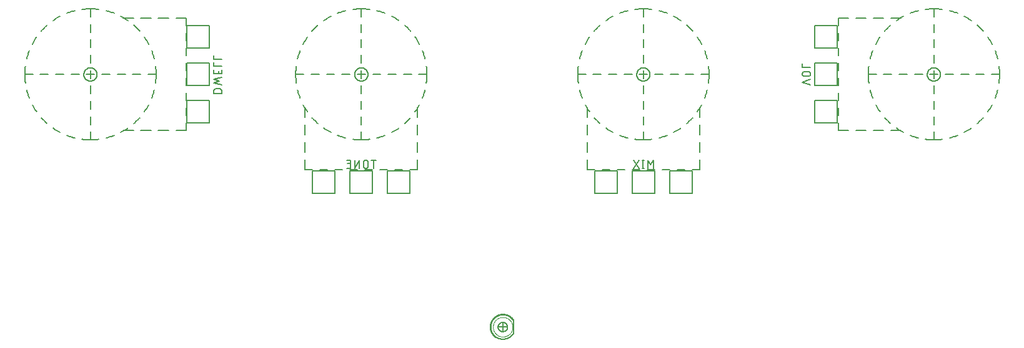
<source format=gbr>
G04 EAGLE Gerber RS-274X export*
G75*
%MOMM*%
%FSLAX34Y34*%
%LPD*%
%INSilkscreen Bottom*%
%IPPOS*%
%AMOC8*
5,1,8,0,0,1.08239X$1,22.5*%
G01*
%ADD10C,0.127000*%
%ADD11C,0.152400*%
%ADD12C,0.015238*%
%ADD13C,0.101600*%


D10*
X482600Y76200D02*
X495300Y76200D01*
X488950Y82550D02*
X488950Y69850D01*
D11*
X479298Y62484D02*
X479648Y62257D01*
X480004Y62038D01*
X480364Y61828D01*
X480730Y61627D01*
X481101Y61435D01*
X481476Y61252D01*
X481855Y61078D01*
X482238Y60913D01*
X482626Y60757D01*
X483017Y60611D01*
X483411Y60474D01*
X483809Y60347D01*
X484209Y60230D01*
X484612Y60122D01*
X485018Y60024D01*
X485426Y59936D01*
X485836Y59858D01*
X486248Y59789D01*
X486661Y59731D01*
X487076Y59682D01*
X487491Y59644D01*
X487908Y59616D01*
X488325Y59598D01*
X488742Y59589D01*
X489159Y59591D01*
X489577Y59603D01*
X489993Y59626D01*
X490409Y59658D01*
X490825Y59700D01*
X491239Y59752D01*
X491652Y59814D01*
X492063Y59887D01*
X492472Y59969D01*
X492879Y60061D01*
X493284Y60162D01*
X493686Y60274D01*
X494085Y60395D01*
X494482Y60526D01*
X494875Y60666D01*
X495264Y60816D01*
X495650Y60975D01*
X496032Y61144D01*
X496410Y61322D01*
X496783Y61508D01*
X497152Y61704D01*
X497516Y61909D01*
X497874Y62122D01*
X498228Y62344D01*
X498576Y62574D01*
X498918Y62813D01*
X499255Y63060D01*
X499585Y63315D01*
X499910Y63578D01*
X500227Y63848D01*
X500538Y64126D01*
X500843Y64412D01*
X501140Y64705D01*
X501430Y65005D01*
X501713Y65312D01*
X501988Y65626D01*
X502256Y65946D01*
X502516Y66273D01*
X502768Y66605D01*
X503011Y66944D01*
X503247Y67289D01*
X503011Y66944D01*
X502768Y66605D01*
X502516Y66273D01*
X502256Y65946D01*
X501988Y65626D01*
X501713Y65312D01*
X501430Y65005D01*
X501140Y64705D01*
X500843Y64412D01*
X500538Y64126D01*
X500227Y63848D01*
X499910Y63578D01*
X499585Y63315D01*
X499255Y63060D01*
X498918Y62813D01*
X498576Y62574D01*
X498228Y62344D01*
X497874Y62122D01*
X497516Y61909D01*
X497152Y61704D01*
X496783Y61508D01*
X496410Y61322D01*
X496032Y61144D01*
X495650Y60975D01*
X495264Y60816D01*
X494875Y60666D01*
X494482Y60526D01*
X494085Y60395D01*
X493686Y60274D01*
X493284Y60162D01*
X492879Y60061D01*
X492472Y59969D01*
X492063Y59887D01*
X491652Y59814D01*
X491239Y59752D01*
X490825Y59700D01*
X490409Y59658D01*
X489993Y59626D01*
X489577Y59603D01*
X489159Y59591D01*
X488742Y59589D01*
X488325Y59598D01*
X487908Y59616D01*
X487491Y59644D01*
X487076Y59682D01*
X486661Y59731D01*
X486248Y59789D01*
X485836Y59858D01*
X485426Y59936D01*
X485018Y60024D01*
X484612Y60122D01*
X484209Y60230D01*
X483809Y60347D01*
X483411Y60474D01*
X483017Y60611D01*
X482626Y60757D01*
X482238Y60913D01*
X481855Y61078D01*
X481476Y61252D01*
X481101Y61435D01*
X480730Y61627D01*
X480364Y61828D01*
X480004Y62038D01*
X479648Y62257D01*
X479298Y62484D01*
D12*
X503792Y85671D02*
X502622Y84955D01*
X502409Y85291D01*
X502188Y85621D01*
X501959Y85945D01*
X501722Y86264D01*
X501477Y86576D01*
X501224Y86883D01*
X500964Y87184D01*
X500697Y87478D01*
X500423Y87765D01*
X500141Y88045D01*
X499853Y88319D01*
X499559Y88585D01*
X499257Y88845D01*
X498950Y89096D01*
X498637Y89340D01*
X498317Y89576D01*
X497992Y89805D01*
X497662Y90025D01*
X497326Y90237D01*
X496985Y90441D01*
X496639Y90637D01*
X496288Y90824D01*
X495933Y91002D01*
X495574Y91172D01*
X495211Y91332D01*
X494844Y91484D01*
X494473Y91627D01*
X494099Y91760D01*
X493722Y91885D01*
X493341Y92000D01*
X492958Y92105D01*
X492573Y92202D01*
X492185Y92288D01*
X491796Y92366D01*
X491404Y92433D01*
X491011Y92492D01*
X490617Y92540D01*
X490222Y92579D01*
X489825Y92608D01*
X489429Y92627D01*
X489031Y92637D01*
X488634Y92637D01*
X488237Y92627D01*
X487840Y92607D01*
X487444Y92578D01*
X487049Y92539D01*
X486654Y92490D01*
X486261Y92432D01*
X485870Y92364D01*
X485480Y92287D01*
X485093Y92200D01*
X484707Y92103D01*
X484325Y91997D01*
X483944Y91882D01*
X483567Y91757D01*
X483193Y91624D01*
X482822Y91481D01*
X482455Y91329D01*
X482092Y91168D01*
X481733Y90998D01*
X481378Y90820D01*
X481028Y90633D01*
X480682Y90437D01*
X480341Y90233D01*
X480005Y90021D01*
X479675Y89800D01*
X479350Y89572D01*
X479031Y89335D01*
X478717Y89091D01*
X478410Y88839D01*
X478109Y88580D01*
X477814Y88313D01*
X477527Y88040D01*
X477245Y87759D01*
X476971Y87471D01*
X476704Y87177D01*
X476444Y86877D01*
X476192Y86570D01*
X475947Y86257D01*
X475710Y85938D01*
X475481Y85614D01*
X475260Y85284D01*
X475047Y84948D01*
X474843Y84608D01*
X474646Y84262D01*
X474459Y83912D01*
X474280Y83557D01*
X474109Y83199D01*
X473948Y82836D01*
X473795Y82469D01*
X473652Y82098D01*
X473517Y81725D01*
X473392Y81348D01*
X473276Y80968D01*
X473170Y80585D01*
X473073Y80200D01*
X472985Y79812D01*
X472907Y79423D01*
X472838Y79031D01*
X472779Y78638D01*
X472730Y78244D01*
X472690Y77849D01*
X472660Y77453D01*
X472640Y77056D01*
X472630Y76659D01*
X472629Y76262D01*
X472638Y75865D01*
X472657Y75468D01*
X472685Y75072D01*
X472723Y74676D01*
X472771Y74282D01*
X472828Y73889D01*
X472895Y73497D01*
X472972Y73107D01*
X473058Y72719D01*
X473154Y72334D01*
X473259Y71951D01*
X473373Y71570D01*
X473497Y71193D01*
X473630Y70818D01*
X473772Y70448D01*
X473923Y70080D01*
X474083Y69717D01*
X474252Y69357D01*
X474430Y69002D01*
X474616Y68651D01*
X474811Y68305D01*
X475014Y67963D01*
X475226Y67627D01*
X475446Y67296D01*
X475674Y66971D01*
X475909Y66651D01*
X476153Y66337D01*
X476404Y66029D01*
X476663Y65728D01*
X476929Y65433D01*
X477202Y65144D01*
X477482Y64862D01*
X477769Y64588D01*
X478062Y64320D01*
X478362Y64059D01*
X478668Y63806D01*
X478981Y63561D01*
X479299Y63323D01*
X479623Y63094D01*
X478849Y61962D01*
X478848Y61961D01*
X478497Y62210D01*
X478151Y62468D01*
X477812Y62734D01*
X477480Y63008D01*
X477154Y63291D01*
X476836Y63581D01*
X476525Y63879D01*
X476221Y64185D01*
X475924Y64498D01*
X475636Y64818D01*
X475355Y65145D01*
X475083Y65479D01*
X474818Y65819D01*
X474562Y66166D01*
X474315Y66519D01*
X474077Y66878D01*
X473847Y67243D01*
X473626Y67613D01*
X473415Y67988D01*
X473212Y68369D01*
X473020Y68754D01*
X472836Y69144D01*
X472662Y69539D01*
X472498Y69937D01*
X472344Y70340D01*
X472200Y70746D01*
X472066Y71155D01*
X471941Y71568D01*
X471827Y71984D01*
X471723Y72402D01*
X471630Y72823D01*
X471547Y73245D01*
X471474Y73670D01*
X471411Y74097D01*
X471359Y74524D01*
X471318Y74953D01*
X471287Y75383D01*
X471267Y75814D01*
X471257Y76245D01*
X471258Y76676D01*
X471269Y77106D01*
X471291Y77537D01*
X471323Y77967D01*
X471366Y78395D01*
X471420Y78823D01*
X471484Y79249D01*
X471558Y79674D01*
X471643Y80096D01*
X471738Y80517D01*
X471843Y80935D01*
X471959Y81350D01*
X472084Y81762D01*
X472220Y82171D01*
X472366Y82577D01*
X472522Y82979D01*
X472687Y83377D01*
X472862Y83770D01*
X473047Y84160D01*
X473241Y84544D01*
X473445Y84924D01*
X473658Y85299D01*
X473880Y85668D01*
X474111Y86032D01*
X474350Y86390D01*
X474599Y86742D01*
X474856Y87088D01*
X475121Y87428D01*
X475395Y87761D01*
X475677Y88087D01*
X475967Y88406D01*
X476264Y88718D01*
X476569Y89022D01*
X476882Y89319D01*
X477201Y89608D01*
X477528Y89890D01*
X477861Y90163D01*
X478201Y90428D01*
X478547Y90684D01*
X478900Y90932D01*
X479258Y91171D01*
X479623Y91402D01*
X479992Y91623D01*
X480367Y91835D01*
X480748Y92038D01*
X481133Y92232D01*
X481522Y92416D01*
X481916Y92591D01*
X482315Y92755D01*
X482717Y92910D01*
X483123Y93055D01*
X483532Y93190D01*
X483944Y93315D01*
X484360Y93430D01*
X484778Y93535D01*
X485198Y93629D01*
X485621Y93713D01*
X486046Y93787D01*
X486472Y93850D01*
X486900Y93903D01*
X487329Y93945D01*
X487758Y93977D01*
X488189Y93998D01*
X488620Y94009D01*
X489051Y94009D01*
X489482Y93998D01*
X489912Y93977D01*
X490342Y93945D01*
X490771Y93903D01*
X491198Y93851D01*
X491625Y93788D01*
X492049Y93714D01*
X492472Y93630D01*
X492893Y93536D01*
X493311Y93431D01*
X493726Y93316D01*
X494139Y93192D01*
X494548Y93057D01*
X494954Y92912D01*
X495356Y92757D01*
X495754Y92592D01*
X496148Y92418D01*
X496538Y92234D01*
X496923Y92040D01*
X497303Y91837D01*
X497679Y91625D01*
X498048Y91404D01*
X498413Y91173D01*
X498771Y90934D01*
X499124Y90686D01*
X499470Y90430D01*
X499810Y90165D01*
X500144Y89892D01*
X500470Y89611D01*
X500790Y89322D01*
X501102Y89025D01*
X501407Y88720D01*
X501705Y88409D01*
X501995Y88090D01*
X502276Y87764D01*
X502550Y87431D01*
X502816Y87091D01*
X503073Y86745D01*
X503322Y86393D01*
X503561Y86035D01*
X503792Y85672D01*
X503671Y85597D01*
X503441Y85958D01*
X503203Y86313D01*
X502957Y86662D01*
X502702Y87005D01*
X502438Y87342D01*
X502167Y87672D01*
X501887Y87995D01*
X501600Y88312D01*
X501305Y88621D01*
X501002Y88923D01*
X500692Y89217D01*
X500375Y89504D01*
X500051Y89783D01*
X499721Y90054D01*
X499383Y90316D01*
X499040Y90571D01*
X498690Y90817D01*
X498334Y91054D01*
X497973Y91282D01*
X497606Y91502D01*
X497234Y91712D01*
X496857Y91913D01*
X496475Y92105D01*
X496089Y92288D01*
X495698Y92461D01*
X495303Y92624D01*
X494904Y92778D01*
X494501Y92921D01*
X494095Y93055D01*
X493686Y93179D01*
X493274Y93293D01*
X492859Y93397D01*
X492442Y93490D01*
X492023Y93573D01*
X491602Y93646D01*
X491179Y93709D01*
X490755Y93761D01*
X490329Y93803D01*
X489903Y93834D01*
X489476Y93855D01*
X489049Y93866D01*
X488621Y93866D01*
X488194Y93855D01*
X487767Y93834D01*
X487341Y93803D01*
X486915Y93761D01*
X486491Y93708D01*
X486068Y93646D01*
X485647Y93573D01*
X485228Y93489D01*
X484811Y93396D01*
X484396Y93292D01*
X483984Y93178D01*
X483575Y93054D01*
X483169Y92920D01*
X482766Y92776D01*
X482368Y92623D01*
X481973Y92459D01*
X481582Y92286D01*
X481195Y92103D01*
X480813Y91911D01*
X480436Y91710D01*
X480064Y91500D01*
X479697Y91280D01*
X479336Y91051D01*
X478981Y90814D01*
X478631Y90568D01*
X478287Y90314D01*
X477950Y90051D01*
X477620Y89780D01*
X477296Y89501D01*
X476979Y89214D01*
X476669Y88920D01*
X476366Y88618D01*
X476071Y88309D01*
X475784Y87992D01*
X475505Y87669D01*
X475233Y87338D01*
X474970Y87002D01*
X474715Y86659D01*
X474468Y86309D01*
X474230Y85954D01*
X474001Y85593D01*
X473781Y85227D01*
X473570Y84855D01*
X473368Y84479D01*
X473175Y84097D01*
X472992Y83711D01*
X472818Y83320D01*
X472654Y82925D01*
X472500Y82527D01*
X472355Y82125D01*
X472221Y81719D01*
X472096Y81310D01*
X471981Y80898D01*
X471877Y80484D01*
X471783Y80067D01*
X471699Y79648D01*
X471625Y79227D01*
X471561Y78804D01*
X471508Y78380D01*
X471466Y77954D01*
X471434Y77528D01*
X471412Y77101D01*
X471401Y76674D01*
X471400Y76246D01*
X471410Y75819D01*
X471430Y75392D01*
X471461Y74966D01*
X471502Y74540D01*
X471553Y74116D01*
X471615Y73693D01*
X471687Y73272D01*
X471770Y72852D01*
X471863Y72435D01*
X471966Y72020D01*
X472079Y71608D01*
X472202Y71199D01*
X472335Y70792D01*
X472478Y70390D01*
X472631Y69990D01*
X472794Y69595D01*
X472966Y69204D01*
X473148Y68817D01*
X473339Y68435D01*
X473540Y68057D01*
X473750Y67685D01*
X473969Y67318D01*
X474196Y66956D01*
X474433Y66600D01*
X474678Y66250D01*
X474932Y65906D01*
X475194Y65568D01*
X475464Y65237D01*
X475743Y64913D01*
X476029Y64595D01*
X476323Y64285D01*
X476624Y63982D01*
X476933Y63686D01*
X477249Y63398D01*
X477572Y63118D01*
X477902Y62846D01*
X478238Y62582D01*
X478580Y62326D01*
X478929Y62079D01*
X479010Y62197D01*
X478664Y62442D01*
X478324Y62696D01*
X477991Y62958D01*
X477664Y63228D01*
X477344Y63505D01*
X477030Y63791D01*
X476724Y64084D01*
X476425Y64385D01*
X476134Y64693D01*
X475850Y65007D01*
X475574Y65329D01*
X475306Y65658D01*
X475046Y65993D01*
X474794Y66334D01*
X474551Y66681D01*
X474316Y67034D01*
X474090Y67393D01*
X473873Y67757D01*
X473665Y68126D01*
X473466Y68501D01*
X473277Y68880D01*
X473096Y69264D01*
X472925Y69652D01*
X472764Y70044D01*
X472612Y70439D01*
X472470Y70839D01*
X472338Y71242D01*
X472216Y71648D01*
X472104Y72057D01*
X472002Y72468D01*
X471910Y72882D01*
X471828Y73298D01*
X471756Y73716D01*
X471695Y74135D01*
X471644Y74556D01*
X471603Y74978D01*
X471573Y75401D01*
X471553Y75824D01*
X471543Y76248D01*
X471544Y76672D01*
X471555Y77096D01*
X471576Y77519D01*
X471608Y77942D01*
X471651Y78364D01*
X471703Y78785D01*
X471766Y79204D01*
X471839Y79621D01*
X471923Y80037D01*
X472016Y80451D01*
X472120Y80862D01*
X472233Y81270D01*
X472357Y81676D01*
X472491Y82078D01*
X472634Y82477D01*
X472787Y82872D01*
X472950Y83264D01*
X473122Y83651D01*
X473304Y84034D01*
X473495Y84413D01*
X473695Y84786D01*
X473905Y85155D01*
X474123Y85518D01*
X474350Y85876D01*
X474586Y86228D01*
X474831Y86575D01*
X475083Y86915D01*
X475345Y87249D01*
X475614Y87577D01*
X475891Y87897D01*
X476176Y88211D01*
X476469Y88518D01*
X476769Y88817D01*
X477076Y89110D01*
X477390Y89394D01*
X477712Y89671D01*
X478039Y89939D01*
X478374Y90200D01*
X478715Y90452D01*
X479061Y90696D01*
X479414Y90932D01*
X479772Y91158D01*
X480136Y91376D01*
X480505Y91585D01*
X480879Y91784D01*
X481258Y91975D01*
X481641Y92156D01*
X482029Y92328D01*
X482420Y92490D01*
X482816Y92642D01*
X483215Y92785D01*
X483618Y92918D01*
X484024Y93041D01*
X484432Y93154D01*
X484843Y93257D01*
X485257Y93349D01*
X485673Y93432D01*
X486091Y93505D01*
X486510Y93567D01*
X486931Y93619D01*
X487353Y93660D01*
X487775Y93691D01*
X488199Y93712D01*
X488623Y93723D01*
X489047Y93723D01*
X489470Y93712D01*
X489894Y93692D01*
X490317Y93661D01*
X490739Y93619D01*
X491159Y93567D01*
X491579Y93505D01*
X491997Y93433D01*
X492412Y93350D01*
X492826Y93258D01*
X493237Y93155D01*
X493646Y93042D01*
X494052Y92919D01*
X494454Y92786D01*
X494854Y92644D01*
X495249Y92491D01*
X495641Y92329D01*
X496029Y92158D01*
X496412Y91977D01*
X496791Y91786D01*
X497165Y91587D01*
X497534Y91378D01*
X497898Y91161D01*
X498256Y90934D01*
X498609Y90699D01*
X498956Y90455D01*
X499296Y90203D01*
X499631Y89942D01*
X499959Y89674D01*
X500280Y89397D01*
X500595Y89113D01*
X500902Y88821D01*
X501202Y88521D01*
X501495Y88215D01*
X501780Y87901D01*
X502057Y87580D01*
X502326Y87253D01*
X502588Y86919D01*
X502841Y86579D01*
X503085Y86232D01*
X503321Y85880D01*
X503549Y85522D01*
X503427Y85448D01*
X503201Y85802D01*
X502967Y86152D01*
X502725Y86495D01*
X502474Y86833D01*
X502215Y87164D01*
X501947Y87488D01*
X501672Y87806D01*
X501390Y88117D01*
X501099Y88422D01*
X500802Y88719D01*
X500497Y89008D01*
X500185Y89290D01*
X499867Y89564D01*
X499541Y89831D01*
X499210Y90089D01*
X498872Y90339D01*
X498528Y90581D01*
X498178Y90814D01*
X497822Y91039D01*
X497462Y91255D01*
X497096Y91462D01*
X496725Y91660D01*
X496349Y91848D01*
X495969Y92028D01*
X495584Y92198D01*
X495196Y92359D01*
X494803Y92510D01*
X494408Y92651D01*
X494008Y92783D01*
X493606Y92905D01*
X493201Y93017D01*
X492793Y93119D01*
X492382Y93211D01*
X491970Y93292D01*
X491556Y93364D01*
X491140Y93426D01*
X490723Y93477D01*
X490304Y93518D01*
X489885Y93549D01*
X489465Y93570D01*
X489045Y93580D01*
X488624Y93580D01*
X488204Y93569D01*
X487784Y93549D01*
X487365Y93518D01*
X486946Y93476D01*
X486529Y93425D01*
X486113Y93363D01*
X485699Y93291D01*
X485287Y93209D01*
X484876Y93117D01*
X484468Y93015D01*
X484063Y92903D01*
X483661Y92781D01*
X483262Y92650D01*
X482866Y92508D01*
X482473Y92357D01*
X482085Y92196D01*
X481700Y92026D01*
X481320Y91846D01*
X480945Y91657D01*
X480574Y91459D01*
X480208Y91252D01*
X479847Y91036D01*
X479492Y90812D01*
X479142Y90578D01*
X478798Y90336D01*
X478460Y90086D01*
X478129Y89828D01*
X477804Y89561D01*
X477485Y89287D01*
X477173Y89005D01*
X476869Y88715D01*
X476571Y88418D01*
X476281Y88114D01*
X475998Y87802D01*
X475723Y87484D01*
X475456Y87160D01*
X475197Y86828D01*
X474946Y86491D01*
X474704Y86148D01*
X474470Y85798D01*
X474245Y85443D01*
X474028Y85083D01*
X473820Y84717D01*
X473622Y84347D01*
X473432Y83971D01*
X473252Y83592D01*
X473081Y83207D01*
X472920Y82819D01*
X472768Y82427D01*
X472626Y82031D01*
X472493Y81632D01*
X472371Y81230D01*
X472258Y80825D01*
X472155Y80418D01*
X472062Y80008D01*
X471980Y79595D01*
X471907Y79181D01*
X471845Y78765D01*
X471793Y78348D01*
X471751Y77930D01*
X471719Y77511D01*
X471698Y77091D01*
X471687Y76670D01*
X471686Y76250D01*
X471695Y75830D01*
X471715Y75410D01*
X471745Y74990D01*
X471786Y74572D01*
X471836Y74154D01*
X471897Y73738D01*
X471968Y73324D01*
X472050Y72912D01*
X472141Y72501D01*
X472242Y72093D01*
X472353Y71688D01*
X472475Y71285D01*
X472606Y70886D01*
X472746Y70489D01*
X472897Y70097D01*
X473057Y69708D01*
X473226Y69323D01*
X473405Y68943D01*
X473593Y68567D01*
X473790Y68195D01*
X473997Y67829D01*
X474212Y67468D01*
X474436Y67112D01*
X474669Y66762D01*
X474910Y66418D01*
X475159Y66079D01*
X475417Y65747D01*
X475683Y65421D01*
X475957Y65102D01*
X476238Y64790D01*
X476527Y64485D01*
X476824Y64187D01*
X477128Y63896D01*
X477438Y63613D01*
X477756Y63337D01*
X478080Y63069D01*
X478411Y62810D01*
X478748Y62558D01*
X479091Y62315D01*
X479171Y62433D01*
X478831Y62674D01*
X478497Y62924D01*
X478169Y63181D01*
X477848Y63447D01*
X477533Y63720D01*
X477225Y64001D01*
X476924Y64289D01*
X476630Y64585D01*
X476343Y64887D01*
X476064Y65197D01*
X475792Y65514D01*
X475529Y65837D01*
X475273Y66166D01*
X475026Y66502D01*
X474787Y66843D01*
X474556Y67190D01*
X474334Y67543D01*
X474120Y67901D01*
X473916Y68264D01*
X473720Y68633D01*
X473533Y69006D01*
X473356Y69383D01*
X473188Y69764D01*
X473029Y70150D01*
X472880Y70539D01*
X472741Y70932D01*
X472611Y71328D01*
X472491Y71728D01*
X472380Y72130D01*
X472280Y72534D01*
X472189Y72941D01*
X472109Y73350D01*
X472039Y73761D01*
X471978Y74174D01*
X471928Y74588D01*
X471888Y75003D01*
X471858Y75419D01*
X471838Y75835D01*
X471829Y76252D01*
X471830Y76669D01*
X471841Y77085D01*
X471862Y77502D01*
X471893Y77918D01*
X471935Y78332D01*
X471987Y78746D01*
X472048Y79158D01*
X472120Y79569D01*
X472202Y79978D01*
X472294Y80385D01*
X472396Y80789D01*
X472508Y81190D01*
X472630Y81589D01*
X472761Y81985D01*
X472902Y82377D01*
X473053Y82766D01*
X473213Y83151D01*
X473382Y83532D01*
X473561Y83909D01*
X473749Y84281D01*
X473946Y84648D01*
X474152Y85011D01*
X474366Y85368D01*
X474590Y85720D01*
X474822Y86067D01*
X475062Y86407D01*
X475311Y86742D01*
X475568Y87070D01*
X475833Y87392D01*
X476105Y87708D01*
X476386Y88016D01*
X476673Y88318D01*
X476968Y88613D01*
X477270Y88900D01*
X477580Y89180D01*
X477896Y89452D01*
X478218Y89716D01*
X478547Y89972D01*
X478882Y90220D01*
X479223Y90460D01*
X479570Y90692D01*
X479922Y90915D01*
X480280Y91129D01*
X480643Y91334D01*
X481010Y91530D01*
X481383Y91718D01*
X481760Y91896D01*
X482141Y92065D01*
X482526Y92224D01*
X482915Y92374D01*
X483308Y92514D01*
X483704Y92645D01*
X484103Y92766D01*
X484505Y92877D01*
X484909Y92978D01*
X485316Y93070D01*
X485725Y93151D01*
X486136Y93222D01*
X486548Y93283D01*
X486962Y93334D01*
X487377Y93375D01*
X487793Y93406D01*
X488209Y93426D01*
X488626Y93437D01*
X489043Y93437D01*
X489459Y93427D01*
X489876Y93406D01*
X490292Y93376D01*
X490707Y93335D01*
X491120Y93284D01*
X491533Y93223D01*
X491944Y93152D01*
X492353Y93071D01*
X492759Y92980D01*
X493164Y92878D01*
X493566Y92767D01*
X493965Y92647D01*
X494361Y92516D01*
X494753Y92376D01*
X495142Y92226D01*
X495528Y92067D01*
X495909Y91898D01*
X496286Y91720D01*
X496659Y91533D01*
X497026Y91337D01*
X497389Y91131D01*
X497747Y90917D01*
X498100Y90695D01*
X498446Y90463D01*
X498788Y90224D01*
X499123Y89976D01*
X499452Y89719D01*
X499774Y89455D01*
X500090Y89183D01*
X500399Y88904D01*
X500702Y88617D01*
X500997Y88322D01*
X501285Y88020D01*
X501565Y87712D01*
X501838Y87397D01*
X502103Y87075D01*
X502360Y86746D01*
X502608Y86412D01*
X502849Y86071D01*
X503081Y85725D01*
X503305Y85373D01*
X503183Y85298D01*
X502961Y85647D01*
X502731Y85991D01*
X502492Y86328D01*
X502246Y86660D01*
X501991Y86986D01*
X501728Y87305D01*
X501458Y87617D01*
X501180Y87923D01*
X500894Y88222D01*
X500602Y88514D01*
X500302Y88799D01*
X499995Y89076D01*
X499682Y89346D01*
X499362Y89608D01*
X499036Y89862D01*
X498703Y90108D01*
X498365Y90346D01*
X498021Y90575D01*
X497672Y90796D01*
X497317Y91008D01*
X496957Y91212D01*
X496592Y91406D01*
X496223Y91592D01*
X495849Y91768D01*
X495471Y91935D01*
X495089Y92093D01*
X494703Y92242D01*
X494314Y92381D01*
X493921Y92510D01*
X493526Y92630D01*
X493127Y92740D01*
X492726Y92840D01*
X492323Y92931D01*
X491917Y93011D01*
X491510Y93082D01*
X491101Y93142D01*
X490691Y93193D01*
X490279Y93233D01*
X489867Y93264D01*
X489454Y93284D01*
X489041Y93294D01*
X488627Y93294D01*
X488214Y93283D01*
X487801Y93263D01*
X487389Y93233D01*
X486977Y93192D01*
X486567Y93142D01*
X486158Y93081D01*
X485751Y93010D01*
X485345Y92930D01*
X484942Y92839D01*
X484541Y92739D01*
X484142Y92628D01*
X483747Y92509D01*
X483354Y92379D01*
X482965Y92240D01*
X482579Y92091D01*
X482197Y91933D01*
X481819Y91766D01*
X481445Y91589D01*
X481076Y91403D01*
X480711Y91209D01*
X480352Y91005D01*
X479997Y90793D01*
X479648Y90572D01*
X479304Y90342D01*
X478966Y90104D01*
X478633Y89858D01*
X478307Y89604D01*
X477987Y89342D01*
X477674Y89072D01*
X477368Y88795D01*
X477068Y88510D01*
X476776Y88218D01*
X476490Y87919D01*
X476212Y87613D01*
X475942Y87300D01*
X475679Y86981D01*
X475425Y86655D01*
X475178Y86323D01*
X474940Y85986D01*
X474710Y85642D01*
X474488Y85293D01*
X474275Y84939D01*
X474071Y84579D01*
X473876Y84215D01*
X473689Y83846D01*
X473512Y83472D01*
X473344Y83095D01*
X473185Y82713D01*
X473036Y82327D01*
X472896Y81938D01*
X472766Y81546D01*
X472645Y81151D01*
X472535Y80752D01*
X472433Y80351D01*
X472342Y79948D01*
X472261Y79543D01*
X472190Y79136D01*
X472128Y78727D01*
X472077Y78317D01*
X472036Y77905D01*
X472005Y77493D01*
X471984Y77080D01*
X471973Y76667D01*
X471972Y76254D01*
X471981Y75840D01*
X472001Y75427D01*
X472030Y75015D01*
X472070Y74603D01*
X472120Y74193D01*
X472180Y73784D01*
X472250Y73377D01*
X472329Y72971D01*
X472419Y72567D01*
X472519Y72166D01*
X472628Y71767D01*
X472747Y71372D01*
X472876Y70979D01*
X473014Y70589D01*
X473162Y70203D01*
X473319Y69821D01*
X473486Y69442D01*
X473662Y69068D01*
X473847Y68699D01*
X474041Y68334D01*
X474244Y67973D01*
X474455Y67618D01*
X474676Y67268D01*
X474904Y66924D01*
X475142Y66585D01*
X475387Y66253D01*
X475640Y65926D01*
X475902Y65606D01*
X476171Y65292D01*
X476448Y64985D01*
X476732Y64685D01*
X477023Y64392D01*
X477322Y64106D01*
X477627Y63827D01*
X477940Y63556D01*
X478258Y63293D01*
X478584Y63038D01*
X478915Y62790D01*
X479252Y62551D01*
X479333Y62669D01*
X478999Y62906D01*
X478670Y63152D01*
X478348Y63405D01*
X478032Y63666D01*
X477722Y63934D01*
X477419Y64211D01*
X477123Y64494D01*
X476834Y64785D01*
X476552Y65082D01*
X476278Y65387D01*
X476011Y65698D01*
X475752Y66016D01*
X475501Y66339D01*
X475257Y66669D01*
X475022Y67005D01*
X474795Y67346D01*
X474577Y67693D01*
X474367Y68045D01*
X474166Y68403D01*
X473974Y68765D01*
X473790Y69131D01*
X473616Y69502D01*
X473451Y69877D01*
X473295Y70256D01*
X473148Y70639D01*
X473011Y71025D01*
X472883Y71415D01*
X472765Y71807D01*
X472657Y72203D01*
X472558Y72600D01*
X472469Y73001D01*
X472390Y73403D01*
X472321Y73807D01*
X472262Y74212D01*
X472212Y74619D01*
X472173Y75027D01*
X472144Y75436D01*
X472124Y75846D01*
X472115Y76255D01*
X472116Y76665D01*
X472126Y77075D01*
X472147Y77484D01*
X472178Y77893D01*
X472219Y78301D01*
X472270Y78708D01*
X472331Y79113D01*
X472402Y79517D01*
X472482Y79919D01*
X472573Y80318D01*
X472673Y80716D01*
X472783Y81111D01*
X472902Y81503D01*
X473031Y81892D01*
X473170Y82278D01*
X473318Y82660D01*
X473475Y83038D01*
X473642Y83413D01*
X473818Y83783D01*
X474003Y84149D01*
X474196Y84510D01*
X474399Y84867D01*
X474610Y85218D01*
X474830Y85564D01*
X475058Y85905D01*
X475294Y86239D01*
X475539Y86568D01*
X475791Y86891D01*
X476051Y87208D01*
X476319Y87518D01*
X476595Y87822D01*
X476878Y88118D01*
X477168Y88408D01*
X477465Y88690D01*
X477769Y88965D01*
X478079Y89233D01*
X478397Y89492D01*
X478720Y89744D01*
X479049Y89988D01*
X479384Y90224D01*
X479725Y90452D01*
X480072Y90671D01*
X480424Y90881D01*
X480780Y91083D01*
X481142Y91276D01*
X481508Y91460D01*
X481879Y91636D01*
X482253Y91802D01*
X482632Y91958D01*
X483015Y92106D01*
X483401Y92244D01*
X483790Y92372D01*
X484182Y92491D01*
X484577Y92600D01*
X484975Y92700D01*
X485375Y92790D01*
X485777Y92870D01*
X486181Y92940D01*
X486586Y93000D01*
X486993Y93050D01*
X487401Y93090D01*
X487810Y93120D01*
X488219Y93141D01*
X488629Y93151D01*
X489039Y93151D01*
X489448Y93141D01*
X489858Y93121D01*
X490267Y93091D01*
X490675Y93051D01*
X491081Y93001D01*
X491487Y92941D01*
X491891Y92871D01*
X492293Y92791D01*
X492693Y92701D01*
X493090Y92602D01*
X493486Y92493D01*
X493878Y92374D01*
X494267Y92246D01*
X494653Y92108D01*
X495036Y91961D01*
X495414Y91804D01*
X495789Y91638D01*
X496160Y91463D01*
X496526Y91279D01*
X496888Y91086D01*
X497245Y90885D01*
X497597Y90674D01*
X497943Y90455D01*
X498284Y90228D01*
X498619Y89992D01*
X498949Y89748D01*
X499272Y89497D01*
X499589Y89237D01*
X499900Y88970D01*
X500204Y88695D01*
X500501Y88412D01*
X500792Y88123D01*
X501075Y87826D01*
X501350Y87523D01*
X501618Y87213D01*
X501879Y86897D01*
X502131Y86574D01*
X502376Y86245D01*
X502613Y85910D01*
X502841Y85570D01*
X503061Y85224D01*
X502939Y85149D01*
X502721Y85492D01*
X502494Y85830D01*
X502260Y86161D01*
X502017Y86487D01*
X501767Y86807D01*
X501509Y87121D01*
X501243Y87429D01*
X500970Y87729D01*
X500689Y88023D01*
X500401Y88310D01*
X500107Y88590D01*
X499805Y88863D01*
X499497Y89128D01*
X499183Y89385D01*
X498862Y89635D01*
X498535Y89877D01*
X498203Y90110D01*
X497865Y90336D01*
X497521Y90553D01*
X497172Y90761D01*
X496819Y90961D01*
X496460Y91153D01*
X496097Y91335D01*
X495729Y91508D01*
X495358Y91673D01*
X494982Y91828D01*
X494603Y91974D01*
X494220Y92111D01*
X493834Y92238D01*
X493445Y92356D01*
X493054Y92464D01*
X492659Y92562D01*
X492263Y92651D01*
X491864Y92730D01*
X491464Y92800D01*
X491062Y92859D01*
X490659Y92909D01*
X490254Y92948D01*
X489849Y92978D01*
X489443Y92998D01*
X489037Y93008D01*
X488630Y93008D01*
X488224Y92998D01*
X487818Y92978D01*
X487413Y92948D01*
X487008Y92908D01*
X486605Y92858D01*
X486203Y92798D01*
X485803Y92729D01*
X485404Y92650D01*
X485008Y92561D01*
X484613Y92462D01*
X484222Y92354D01*
X483833Y92236D01*
X483447Y92108D01*
X483064Y91972D01*
X482685Y91825D01*
X482310Y91670D01*
X481938Y91505D01*
X481571Y91332D01*
X481208Y91149D01*
X480849Y90958D01*
X480495Y90758D01*
X480147Y90549D01*
X479803Y90332D01*
X479465Y90106D01*
X479133Y89872D01*
X478806Y89631D01*
X478486Y89381D01*
X478171Y89123D01*
X477864Y88858D01*
X477562Y88585D01*
X477268Y88305D01*
X476980Y88018D01*
X476700Y87724D01*
X476426Y87423D01*
X476161Y87116D01*
X475903Y86802D01*
X475652Y86482D01*
X475410Y86156D01*
X475175Y85824D01*
X474949Y85486D01*
X474732Y85143D01*
X474522Y84795D01*
X474321Y84441D01*
X474129Y84083D01*
X473946Y83720D01*
X473772Y83353D01*
X473607Y82982D01*
X473451Y82607D01*
X473304Y82228D01*
X473167Y81845D01*
X473039Y81460D01*
X472920Y81071D01*
X472811Y80679D01*
X472712Y80285D01*
X472622Y79889D01*
X472542Y79491D01*
X472472Y79090D01*
X472412Y78688D01*
X472361Y78285D01*
X472321Y77881D01*
X472290Y77476D01*
X472269Y77070D01*
X472259Y76664D01*
X472258Y76257D01*
X472267Y75851D01*
X472286Y75445D01*
X472315Y75040D01*
X472354Y74635D01*
X472403Y74232D01*
X472462Y73830D01*
X472531Y73429D01*
X472609Y73030D01*
X472697Y72634D01*
X472795Y72239D01*
X472903Y71847D01*
X473020Y71458D01*
X473146Y71072D01*
X473282Y70689D01*
X473428Y70310D01*
X473582Y69934D01*
X473746Y69562D01*
X473919Y69194D01*
X474101Y68831D01*
X474291Y68472D01*
X474491Y68118D01*
X474699Y67768D01*
X474915Y67425D01*
X475140Y67086D01*
X475373Y66753D01*
X475614Y66426D01*
X475863Y66105D01*
X476120Y65790D01*
X476385Y65482D01*
X476657Y65180D01*
X476936Y64885D01*
X477223Y64596D01*
X477516Y64315D01*
X477817Y64042D01*
X478124Y63775D01*
X478437Y63516D01*
X478756Y63265D01*
X479082Y63022D01*
X479414Y62787D01*
X479494Y62905D01*
X479166Y63138D01*
X478843Y63379D01*
X478526Y63628D01*
X478215Y63885D01*
X477911Y64149D01*
X477614Y64420D01*
X477323Y64699D01*
X477039Y64985D01*
X476762Y65277D01*
X476492Y65577D01*
X476230Y65882D01*
X475975Y66195D01*
X475728Y66513D01*
X475489Y66837D01*
X475258Y67167D01*
X475035Y67503D01*
X474820Y67844D01*
X474614Y68190D01*
X474417Y68541D01*
X474228Y68896D01*
X474047Y69257D01*
X473876Y69621D01*
X473714Y69990D01*
X473560Y70363D01*
X473416Y70739D01*
X473281Y71119D01*
X473156Y71501D01*
X473040Y71887D01*
X472933Y72276D01*
X472836Y72667D01*
X472749Y73060D01*
X472671Y73455D01*
X472603Y73852D01*
X472545Y74251D01*
X472496Y74651D01*
X472458Y75052D01*
X472429Y75454D01*
X472410Y75856D01*
X472401Y76259D01*
X472402Y76662D01*
X472412Y77065D01*
X472433Y77467D01*
X472463Y77869D01*
X472503Y78269D01*
X472553Y78669D01*
X472613Y79068D01*
X472683Y79464D01*
X472762Y79859D01*
X472851Y80252D01*
X472949Y80643D01*
X473057Y81031D01*
X473175Y81416D01*
X473302Y81799D01*
X473438Y82178D01*
X473584Y82554D01*
X473738Y82926D01*
X473902Y83294D01*
X474075Y83658D01*
X474256Y84017D01*
X474447Y84372D01*
X474646Y84723D01*
X474853Y85068D01*
X475069Y85408D01*
X475293Y85743D01*
X475526Y86072D01*
X475766Y86395D01*
X476014Y86712D01*
X476270Y87024D01*
X476533Y87328D01*
X476804Y87627D01*
X477082Y87918D01*
X477367Y88203D01*
X477659Y88480D01*
X477958Y88751D01*
X478263Y89014D01*
X478575Y89269D01*
X478893Y89517D01*
X479217Y89756D01*
X479546Y89988D01*
X479881Y90212D01*
X480222Y90427D01*
X480567Y90634D01*
X480918Y90833D01*
X481273Y91022D01*
X481633Y91203D01*
X481997Y91375D01*
X482366Y91539D01*
X482738Y91693D01*
X483114Y91837D01*
X483493Y91973D01*
X483876Y92099D01*
X484261Y92216D01*
X484650Y92324D01*
X485040Y92422D01*
X485434Y92510D01*
X485829Y92588D01*
X486226Y92657D01*
X486624Y92716D01*
X487024Y92766D01*
X487425Y92805D01*
X487827Y92835D01*
X488229Y92855D01*
X488632Y92865D01*
X489035Y92865D01*
X489437Y92855D01*
X489840Y92835D01*
X490242Y92806D01*
X490642Y92767D01*
X491042Y92717D01*
X491441Y92658D01*
X491838Y92590D01*
X492233Y92511D01*
X492626Y92423D01*
X493017Y92326D01*
X493405Y92218D01*
X493791Y92102D01*
X494173Y91976D01*
X494553Y91840D01*
X494929Y91695D01*
X495301Y91542D01*
X495670Y91379D01*
X496034Y91207D01*
X496394Y91026D01*
X496749Y90836D01*
X497100Y90638D01*
X497446Y90431D01*
X497786Y90216D01*
X498122Y89993D01*
X498451Y89761D01*
X498775Y89521D01*
X499093Y89274D01*
X499405Y89019D01*
X499710Y88756D01*
X500009Y88486D01*
X500301Y88208D01*
X500586Y87924D01*
X500864Y87632D01*
X501135Y87334D01*
X501399Y87029D01*
X501655Y86718D01*
X501903Y86401D01*
X502144Y86078D01*
X502376Y85749D01*
X502601Y85414D01*
X502817Y85074D01*
X502695Y85000D01*
X502481Y85337D01*
X502258Y85668D01*
X502028Y85995D01*
X501789Y86315D01*
X501543Y86629D01*
X501289Y86938D01*
X501028Y87240D01*
X500759Y87535D01*
X500484Y87824D01*
X500201Y88106D01*
X499911Y88381D01*
X499615Y88649D01*
X499312Y88909D01*
X499003Y89162D01*
X498688Y89408D01*
X498367Y89645D01*
X498040Y89875D01*
X497708Y90096D01*
X497371Y90310D01*
X497028Y90515D01*
X496680Y90711D01*
X496328Y90899D01*
X495971Y91078D01*
X495610Y91249D01*
X495245Y91410D01*
X494875Y91563D01*
X494503Y91706D01*
X494127Y91840D01*
X493747Y91965D01*
X493365Y92081D01*
X492980Y92187D01*
X492593Y92284D01*
X492203Y92372D01*
X491811Y92449D01*
X491418Y92517D01*
X491023Y92576D01*
X490626Y92624D01*
X490229Y92663D01*
X489831Y92693D01*
X489432Y92712D01*
X489033Y92722D01*
X488633Y92722D01*
X488234Y92712D01*
X487835Y92692D01*
X487437Y92663D01*
X487039Y92624D01*
X486643Y92575D01*
X486248Y92516D01*
X485855Y92448D01*
X485463Y92370D01*
X485073Y92282D01*
X484686Y92185D01*
X484301Y92079D01*
X483919Y91963D01*
X483540Y91838D01*
X483164Y91703D01*
X482791Y91560D01*
X482422Y91407D01*
X482057Y91245D01*
X481696Y91075D01*
X481339Y90895D01*
X480987Y90707D01*
X480639Y90511D01*
X480296Y90305D01*
X479959Y90092D01*
X479627Y89870D01*
X479300Y89640D01*
X478979Y89403D01*
X478664Y89157D01*
X478355Y88904D01*
X478053Y88644D01*
X477757Y88376D01*
X477467Y88100D01*
X477185Y87818D01*
X476909Y87529D01*
X476641Y87234D01*
X476379Y86932D01*
X476126Y86623D01*
X475880Y86308D01*
X475642Y85988D01*
X475411Y85662D01*
X475189Y85330D01*
X474975Y84993D01*
X474769Y84650D01*
X474572Y84303D01*
X474383Y83951D01*
X474203Y83595D01*
X474032Y83234D01*
X473870Y82869D01*
X473716Y82500D01*
X473572Y82128D01*
X473437Y81752D01*
X473311Y81373D01*
X473195Y80991D01*
X473088Y80607D01*
X472990Y80219D01*
X472902Y79830D01*
X472823Y79438D01*
X472754Y79045D01*
X472695Y78650D01*
X472645Y78254D01*
X472606Y77856D01*
X472576Y77458D01*
X472555Y77059D01*
X472545Y76660D01*
X472544Y76261D01*
X472553Y75861D01*
X472572Y75463D01*
X472600Y75064D01*
X472639Y74667D01*
X472687Y74270D01*
X472744Y73875D01*
X472812Y73481D01*
X472889Y73090D01*
X472975Y72700D01*
X473072Y72312D01*
X473177Y71927D01*
X473292Y71545D01*
X473417Y71165D01*
X473550Y70789D01*
X473693Y70416D01*
X473845Y70047D01*
X474006Y69681D01*
X474176Y69320D01*
X474354Y68962D01*
X474542Y68610D01*
X474738Y68262D01*
X474942Y67919D01*
X475155Y67581D01*
X475376Y67248D01*
X475605Y66921D01*
X475842Y66600D01*
X476087Y66284D01*
X476339Y65975D01*
X476599Y65671D01*
X476866Y65375D01*
X477141Y65085D01*
X477422Y64801D01*
X477711Y64525D01*
X478006Y64256D01*
X478307Y63994D01*
X478615Y63740D01*
X478929Y63493D01*
X479249Y63254D01*
X479575Y63023D01*
D11*
X503247Y67289D02*
X503247Y85249D01*
D13*
X475691Y76200D02*
X475695Y76525D01*
X475707Y76851D01*
X475727Y77175D01*
X475755Y77500D01*
X475791Y77823D01*
X475835Y78145D01*
X475886Y78467D01*
X475946Y78787D01*
X476013Y79105D01*
X476088Y79422D01*
X476171Y79736D01*
X476262Y80049D01*
X476360Y80359D01*
X476466Y80667D01*
X476579Y80972D01*
X476700Y81274D01*
X476828Y81573D01*
X476964Y81869D01*
X477107Y82161D01*
X477257Y82450D01*
X477414Y82735D01*
X477577Y83016D01*
X477748Y83294D01*
X477926Y83566D01*
X478110Y83835D01*
X478300Y84098D01*
X478497Y84357D01*
X478701Y84611D01*
X478910Y84860D01*
X479126Y85104D01*
X479347Y85343D01*
X479574Y85576D01*
X479807Y85803D01*
X480046Y86024D01*
X480290Y86240D01*
X480539Y86449D01*
X480793Y86653D01*
X481052Y86850D01*
X481315Y87040D01*
X481584Y87224D01*
X481856Y87402D01*
X482134Y87573D01*
X482415Y87736D01*
X482700Y87893D01*
X482989Y88043D01*
X483281Y88186D01*
X483577Y88322D01*
X483876Y88450D01*
X484178Y88571D01*
X484483Y88684D01*
X484791Y88790D01*
X485101Y88888D01*
X485414Y88979D01*
X485728Y89062D01*
X486045Y89137D01*
X486363Y89204D01*
X486683Y89264D01*
X487005Y89315D01*
X487327Y89359D01*
X487650Y89395D01*
X487975Y89423D01*
X488299Y89443D01*
X488625Y89455D01*
X488950Y89459D01*
X489275Y89455D01*
X489601Y89443D01*
X489925Y89423D01*
X490250Y89395D01*
X490573Y89359D01*
X490895Y89315D01*
X491217Y89264D01*
X491537Y89204D01*
X491855Y89137D01*
X492172Y89062D01*
X492486Y88979D01*
X492799Y88888D01*
X493109Y88790D01*
X493417Y88684D01*
X493722Y88571D01*
X494024Y88450D01*
X494323Y88322D01*
X494619Y88186D01*
X494911Y88043D01*
X495200Y87893D01*
X495485Y87736D01*
X495766Y87573D01*
X496044Y87402D01*
X496316Y87224D01*
X496585Y87040D01*
X496848Y86850D01*
X497107Y86653D01*
X497361Y86449D01*
X497610Y86240D01*
X497854Y86024D01*
X498093Y85803D01*
X498326Y85576D01*
X498553Y85343D01*
X498774Y85104D01*
X498990Y84860D01*
X499199Y84611D01*
X499403Y84357D01*
X499600Y84098D01*
X499790Y83835D01*
X499974Y83566D01*
X500152Y83294D01*
X500323Y83016D01*
X500486Y82735D01*
X500643Y82450D01*
X500793Y82161D01*
X500936Y81869D01*
X501072Y81573D01*
X501200Y81274D01*
X501321Y80972D01*
X501434Y80667D01*
X501540Y80359D01*
X501638Y80049D01*
X501729Y79736D01*
X501812Y79422D01*
X501887Y79105D01*
X501954Y78787D01*
X502014Y78467D01*
X502065Y78145D01*
X502109Y77823D01*
X502145Y77500D01*
X502173Y77175D01*
X502193Y76851D01*
X502205Y76525D01*
X502209Y76200D01*
X502205Y75875D01*
X502193Y75549D01*
X502173Y75225D01*
X502145Y74900D01*
X502109Y74577D01*
X502065Y74255D01*
X502014Y73933D01*
X501954Y73613D01*
X501887Y73295D01*
X501812Y72978D01*
X501729Y72664D01*
X501638Y72351D01*
X501540Y72041D01*
X501434Y71733D01*
X501321Y71428D01*
X501200Y71126D01*
X501072Y70827D01*
X500936Y70531D01*
X500793Y70239D01*
X500643Y69950D01*
X500486Y69665D01*
X500323Y69384D01*
X500152Y69106D01*
X499974Y68834D01*
X499790Y68565D01*
X499600Y68302D01*
X499403Y68043D01*
X499199Y67789D01*
X498990Y67540D01*
X498774Y67296D01*
X498553Y67057D01*
X498326Y66824D01*
X498093Y66597D01*
X497854Y66376D01*
X497610Y66160D01*
X497361Y65951D01*
X497107Y65747D01*
X496848Y65550D01*
X496585Y65360D01*
X496316Y65176D01*
X496044Y64998D01*
X495766Y64827D01*
X495485Y64664D01*
X495200Y64507D01*
X494911Y64357D01*
X494619Y64214D01*
X494323Y64078D01*
X494024Y63950D01*
X493722Y63829D01*
X493417Y63716D01*
X493109Y63610D01*
X492799Y63512D01*
X492486Y63421D01*
X492172Y63338D01*
X491855Y63263D01*
X491537Y63196D01*
X491217Y63136D01*
X490895Y63085D01*
X490573Y63041D01*
X490250Y63005D01*
X489925Y62977D01*
X489601Y62957D01*
X489275Y62945D01*
X488950Y62941D01*
X488625Y62945D01*
X488299Y62957D01*
X487975Y62977D01*
X487650Y63005D01*
X487327Y63041D01*
X487005Y63085D01*
X486683Y63136D01*
X486363Y63196D01*
X486045Y63263D01*
X485728Y63338D01*
X485414Y63421D01*
X485101Y63512D01*
X484791Y63610D01*
X484483Y63716D01*
X484178Y63829D01*
X483876Y63950D01*
X483577Y64078D01*
X483281Y64214D01*
X482989Y64357D01*
X482700Y64507D01*
X482415Y64664D01*
X482134Y64827D01*
X481856Y64998D01*
X481584Y65176D01*
X481315Y65360D01*
X481052Y65550D01*
X480793Y65747D01*
X480539Y65951D01*
X480290Y66160D01*
X480046Y66376D01*
X479807Y66597D01*
X479574Y66824D01*
X479347Y67057D01*
X479126Y67296D01*
X478910Y67540D01*
X478701Y67789D01*
X478497Y68043D01*
X478300Y68302D01*
X478110Y68565D01*
X477926Y68834D01*
X477748Y69106D01*
X477577Y69384D01*
X477414Y69665D01*
X477257Y69950D01*
X477107Y70239D01*
X476964Y70531D01*
X476828Y70827D01*
X476700Y71126D01*
X476579Y71428D01*
X476466Y71733D01*
X476360Y72041D01*
X476262Y72351D01*
X476171Y72664D01*
X476088Y72978D01*
X476013Y73295D01*
X475946Y73613D01*
X475886Y73933D01*
X475835Y74255D01*
X475791Y74577D01*
X475755Y74900D01*
X475727Y75225D01*
X475707Y75549D01*
X475695Y75875D01*
X475691Y76200D01*
D10*
X482600Y76200D02*
X482602Y76359D01*
X482608Y76518D01*
X482618Y76676D01*
X482632Y76835D01*
X482650Y76993D01*
X482671Y77150D01*
X482697Y77307D01*
X482727Y77463D01*
X482760Y77619D01*
X482798Y77773D01*
X482839Y77927D01*
X482884Y78079D01*
X482933Y78230D01*
X482986Y78380D01*
X483042Y78529D01*
X483103Y78676D01*
X483166Y78821D01*
X483234Y78965D01*
X483305Y79108D01*
X483379Y79248D01*
X483457Y79386D01*
X483539Y79523D01*
X483624Y79657D01*
X483712Y79790D01*
X483803Y79920D01*
X483898Y80047D01*
X483996Y80172D01*
X484097Y80295D01*
X484201Y80415D01*
X484308Y80533D01*
X484418Y80648D01*
X484531Y80760D01*
X484646Y80869D01*
X484764Y80975D01*
X484885Y81079D01*
X485009Y81179D01*
X485134Y81276D01*
X485263Y81370D01*
X485393Y81460D01*
X485526Y81548D01*
X485661Y81632D01*
X485798Y81712D01*
X485937Y81790D01*
X486078Y81863D01*
X486220Y81933D01*
X486365Y82000D01*
X486511Y82063D01*
X486658Y82122D01*
X486807Y82178D01*
X486958Y82229D01*
X487109Y82277D01*
X487262Y82321D01*
X487416Y82362D01*
X487570Y82398D01*
X487726Y82431D01*
X487882Y82460D01*
X488039Y82484D01*
X488197Y82505D01*
X488355Y82522D01*
X488513Y82535D01*
X488672Y82544D01*
X488831Y82549D01*
X488990Y82550D01*
X489149Y82547D01*
X489307Y82540D01*
X489466Y82529D01*
X489624Y82514D01*
X489782Y82495D01*
X489939Y82472D01*
X490096Y82446D01*
X490252Y82415D01*
X490407Y82381D01*
X490561Y82342D01*
X490715Y82300D01*
X490867Y82254D01*
X491018Y82204D01*
X491167Y82150D01*
X491316Y82093D01*
X491462Y82032D01*
X491608Y81967D01*
X491751Y81899D01*
X491893Y81827D01*
X492033Y81751D01*
X492171Y81673D01*
X492307Y81590D01*
X492441Y81505D01*
X492572Y81416D01*
X492702Y81323D01*
X492829Y81228D01*
X492953Y81129D01*
X493076Y81027D01*
X493195Y80923D01*
X493312Y80815D01*
X493426Y80704D01*
X493537Y80591D01*
X493646Y80475D01*
X493751Y80356D01*
X493854Y80234D01*
X493953Y80110D01*
X494050Y79984D01*
X494143Y79855D01*
X494233Y79724D01*
X494319Y79590D01*
X494402Y79455D01*
X494482Y79317D01*
X494558Y79178D01*
X494631Y79037D01*
X494700Y78894D01*
X494766Y78749D01*
X494828Y78602D01*
X494886Y78455D01*
X494941Y78305D01*
X494992Y78155D01*
X495039Y78003D01*
X495082Y77850D01*
X495121Y77696D01*
X495157Y77541D01*
X495188Y77385D01*
X495216Y77229D01*
X495240Y77072D01*
X495260Y76914D01*
X495276Y76756D01*
X495288Y76597D01*
X495296Y76438D01*
X495300Y76279D01*
X495300Y76121D01*
X495296Y75962D01*
X495288Y75803D01*
X495276Y75644D01*
X495260Y75486D01*
X495240Y75328D01*
X495216Y75171D01*
X495188Y75015D01*
X495157Y74859D01*
X495121Y74704D01*
X495082Y74550D01*
X495039Y74397D01*
X494992Y74245D01*
X494941Y74095D01*
X494886Y73945D01*
X494828Y73798D01*
X494766Y73651D01*
X494700Y73506D01*
X494631Y73363D01*
X494558Y73222D01*
X494482Y73083D01*
X494402Y72945D01*
X494319Y72810D01*
X494233Y72676D01*
X494143Y72545D01*
X494050Y72416D01*
X493953Y72290D01*
X493854Y72166D01*
X493751Y72044D01*
X493646Y71925D01*
X493537Y71809D01*
X493426Y71696D01*
X493312Y71585D01*
X493195Y71477D01*
X493076Y71373D01*
X492953Y71271D01*
X492829Y71172D01*
X492702Y71077D01*
X492572Y70984D01*
X492441Y70895D01*
X492307Y70810D01*
X492171Y70727D01*
X492033Y70649D01*
X491893Y70573D01*
X491751Y70501D01*
X491608Y70433D01*
X491462Y70368D01*
X491316Y70307D01*
X491167Y70250D01*
X491018Y70196D01*
X490867Y70146D01*
X490715Y70100D01*
X490561Y70058D01*
X490407Y70019D01*
X490252Y69985D01*
X490096Y69954D01*
X489939Y69928D01*
X489782Y69905D01*
X489624Y69886D01*
X489466Y69871D01*
X489307Y69860D01*
X489149Y69853D01*
X488990Y69850D01*
X488831Y69851D01*
X488672Y69856D01*
X488513Y69865D01*
X488355Y69878D01*
X488197Y69895D01*
X488039Y69916D01*
X487882Y69940D01*
X487726Y69969D01*
X487570Y70002D01*
X487416Y70038D01*
X487262Y70079D01*
X487109Y70123D01*
X486958Y70171D01*
X486807Y70222D01*
X486658Y70278D01*
X486511Y70337D01*
X486365Y70400D01*
X486220Y70467D01*
X486078Y70537D01*
X485937Y70610D01*
X485798Y70688D01*
X485661Y70768D01*
X485526Y70852D01*
X485393Y70940D01*
X485263Y71030D01*
X485134Y71124D01*
X485009Y71221D01*
X484885Y71321D01*
X484764Y71425D01*
X484646Y71531D01*
X484531Y71640D01*
X484418Y71752D01*
X484308Y71867D01*
X484201Y71985D01*
X484097Y72105D01*
X483996Y72228D01*
X483898Y72353D01*
X483803Y72480D01*
X483712Y72610D01*
X483624Y72743D01*
X483539Y72877D01*
X483457Y73014D01*
X483379Y73152D01*
X483305Y73292D01*
X483234Y73435D01*
X483166Y73579D01*
X483103Y73724D01*
X483042Y73871D01*
X482986Y74020D01*
X482933Y74170D01*
X482884Y74321D01*
X482839Y74473D01*
X482798Y74627D01*
X482760Y74781D01*
X482727Y74937D01*
X482697Y75093D01*
X482671Y75250D01*
X482650Y75407D01*
X482632Y75565D01*
X482618Y75724D01*
X482608Y75882D01*
X482602Y76041D01*
X482600Y76200D01*
X-78830Y419100D02*
X-78827Y419320D01*
X-78819Y419541D01*
X-78806Y419761D01*
X-78787Y419980D01*
X-78762Y420199D01*
X-78733Y420418D01*
X-78698Y420635D01*
X-78657Y420852D01*
X-78612Y421068D01*
X-78561Y421282D01*
X-78505Y421495D01*
X-78443Y421707D01*
X-78377Y421917D01*
X-78305Y422125D01*
X-78228Y422332D01*
X-78146Y422536D01*
X-78060Y422739D01*
X-77968Y422939D01*
X-77871Y423138D01*
X-77770Y423333D01*
X-77663Y423526D01*
X-77552Y423717D01*
X-77437Y423904D01*
X-77317Y424089D01*
X-77192Y424271D01*
X-77063Y424449D01*
X-76929Y424625D01*
X-76792Y424797D01*
X-76650Y424965D01*
X-76504Y425131D01*
X-76354Y425292D01*
X-76200Y425450D01*
X-76042Y425604D01*
X-75881Y425754D01*
X-75715Y425900D01*
X-75547Y426042D01*
X-75375Y426179D01*
X-75199Y426313D01*
X-75021Y426442D01*
X-74839Y426567D01*
X-74654Y426687D01*
X-74467Y426802D01*
X-74276Y426913D01*
X-74083Y427020D01*
X-73888Y427121D01*
X-73689Y427218D01*
X-73489Y427310D01*
X-73286Y427396D01*
X-73082Y427478D01*
X-72875Y427555D01*
X-72667Y427627D01*
X-72457Y427693D01*
X-72245Y427755D01*
X-72032Y427811D01*
X-71818Y427862D01*
X-71602Y427907D01*
X-71385Y427948D01*
X-71168Y427983D01*
X-70949Y428012D01*
X-70730Y428037D01*
X-70511Y428056D01*
X-70291Y428069D01*
X-70070Y428077D01*
X-69850Y428080D01*
X-69630Y428077D01*
X-69409Y428069D01*
X-69189Y428056D01*
X-68970Y428037D01*
X-68751Y428012D01*
X-68532Y427983D01*
X-68315Y427948D01*
X-68098Y427907D01*
X-67882Y427862D01*
X-67668Y427811D01*
X-67455Y427755D01*
X-67243Y427693D01*
X-67033Y427627D01*
X-66825Y427555D01*
X-66618Y427478D01*
X-66414Y427396D01*
X-66211Y427310D01*
X-66011Y427218D01*
X-65812Y427121D01*
X-65617Y427020D01*
X-65424Y426913D01*
X-65233Y426802D01*
X-65046Y426687D01*
X-64861Y426567D01*
X-64679Y426442D01*
X-64501Y426313D01*
X-64325Y426179D01*
X-64153Y426042D01*
X-63985Y425900D01*
X-63819Y425754D01*
X-63658Y425604D01*
X-63500Y425450D01*
X-63346Y425292D01*
X-63196Y425131D01*
X-63050Y424965D01*
X-62908Y424797D01*
X-62771Y424625D01*
X-62637Y424449D01*
X-62508Y424271D01*
X-62383Y424089D01*
X-62263Y423904D01*
X-62148Y423717D01*
X-62037Y423526D01*
X-61930Y423333D01*
X-61829Y423138D01*
X-61732Y422939D01*
X-61640Y422739D01*
X-61554Y422536D01*
X-61472Y422332D01*
X-61395Y422125D01*
X-61323Y421917D01*
X-61257Y421707D01*
X-61195Y421495D01*
X-61139Y421282D01*
X-61088Y421068D01*
X-61043Y420852D01*
X-61002Y420635D01*
X-60967Y420418D01*
X-60938Y420199D01*
X-60913Y419980D01*
X-60894Y419761D01*
X-60881Y419541D01*
X-60873Y419320D01*
X-60870Y419100D01*
X-60873Y418880D01*
X-60881Y418659D01*
X-60894Y418439D01*
X-60913Y418220D01*
X-60938Y418001D01*
X-60967Y417782D01*
X-61002Y417565D01*
X-61043Y417348D01*
X-61088Y417132D01*
X-61139Y416918D01*
X-61195Y416705D01*
X-61257Y416493D01*
X-61323Y416283D01*
X-61395Y416075D01*
X-61472Y415868D01*
X-61554Y415664D01*
X-61640Y415461D01*
X-61732Y415261D01*
X-61829Y415062D01*
X-61930Y414867D01*
X-62037Y414674D01*
X-62148Y414483D01*
X-62263Y414296D01*
X-62383Y414111D01*
X-62508Y413929D01*
X-62637Y413751D01*
X-62771Y413575D01*
X-62908Y413403D01*
X-63050Y413235D01*
X-63196Y413069D01*
X-63346Y412908D01*
X-63500Y412750D01*
X-63658Y412596D01*
X-63819Y412446D01*
X-63985Y412300D01*
X-64153Y412158D01*
X-64325Y412021D01*
X-64501Y411887D01*
X-64679Y411758D01*
X-64861Y411633D01*
X-65046Y411513D01*
X-65233Y411398D01*
X-65424Y411287D01*
X-65617Y411180D01*
X-65812Y411079D01*
X-66011Y410982D01*
X-66211Y410890D01*
X-66414Y410804D01*
X-66618Y410722D01*
X-66825Y410645D01*
X-67033Y410573D01*
X-67243Y410507D01*
X-67455Y410445D01*
X-67668Y410389D01*
X-67882Y410338D01*
X-68098Y410293D01*
X-68315Y410252D01*
X-68532Y410217D01*
X-68751Y410188D01*
X-68970Y410163D01*
X-69189Y410144D01*
X-69409Y410131D01*
X-69630Y410123D01*
X-69850Y410120D01*
X-70070Y410123D01*
X-70291Y410131D01*
X-70511Y410144D01*
X-70730Y410163D01*
X-70949Y410188D01*
X-71168Y410217D01*
X-71385Y410252D01*
X-71602Y410293D01*
X-71818Y410338D01*
X-72032Y410389D01*
X-72245Y410445D01*
X-72457Y410507D01*
X-72667Y410573D01*
X-72875Y410645D01*
X-73082Y410722D01*
X-73286Y410804D01*
X-73489Y410890D01*
X-73689Y410982D01*
X-73888Y411079D01*
X-74083Y411180D01*
X-74276Y411287D01*
X-74467Y411398D01*
X-74654Y411513D01*
X-74839Y411633D01*
X-75021Y411758D01*
X-75199Y411887D01*
X-75375Y412021D01*
X-75547Y412158D01*
X-75715Y412300D01*
X-75881Y412446D01*
X-76042Y412596D01*
X-76200Y412750D01*
X-76354Y412908D01*
X-76504Y413069D01*
X-76650Y413235D01*
X-76792Y413403D01*
X-76929Y413575D01*
X-77063Y413751D01*
X-77192Y413929D01*
X-77317Y414111D01*
X-77437Y414296D01*
X-77552Y414483D01*
X-77663Y414674D01*
X-77770Y414867D01*
X-77871Y415062D01*
X-77968Y415261D01*
X-78060Y415461D01*
X-78146Y415664D01*
X-78228Y415868D01*
X-78305Y416075D01*
X-78377Y416283D01*
X-78443Y416493D01*
X-78505Y416705D01*
X-78561Y416918D01*
X-78612Y417132D01*
X-78657Y417348D01*
X-78698Y417565D01*
X-78733Y417782D01*
X-78762Y418001D01*
X-78787Y418220D01*
X-78806Y418439D01*
X-78819Y418659D01*
X-78827Y418880D01*
X-78830Y419100D01*
X-81197Y330927D02*
X-79313Y330705D01*
X-77426Y330523D01*
X-75535Y330382D01*
X-73641Y330281D01*
X-71746Y330220D01*
X-69850Y330200D01*
X-91022Y332758D02*
X-92859Y333229D01*
X-94686Y333739D01*
X-96501Y334288D01*
X-98303Y334876D01*
X-100093Y335502D01*
X-101870Y336166D01*
X-110976Y340284D02*
X-112648Y341180D01*
X-114300Y342110D01*
X-115932Y343076D01*
X-117543Y344076D01*
X-119133Y345110D01*
X-120700Y346178D01*
X-128564Y352347D02*
X-129974Y353614D01*
X-131357Y354911D01*
X-132712Y356238D01*
X-134039Y357593D01*
X-135336Y358976D01*
X-136603Y360386D01*
X-142772Y368250D02*
X-143840Y369817D01*
X-144874Y371407D01*
X-145874Y373018D01*
X-146840Y374650D01*
X-147770Y376302D01*
X-148666Y377974D01*
X-152784Y387080D02*
X-153448Y388857D01*
X-154074Y390647D01*
X-154662Y392449D01*
X-155211Y394264D01*
X-155721Y396091D01*
X-156192Y397928D01*
X-158023Y407753D02*
X-158245Y409637D01*
X-158427Y411524D01*
X-158568Y413415D01*
X-158669Y415309D01*
X-158730Y417204D01*
X-158750Y419100D01*
X-158730Y420996D01*
X-158669Y422891D01*
X-158568Y424785D01*
X-158427Y426676D01*
X-158245Y428563D01*
X-158023Y430447D01*
X-156192Y440272D02*
X-155721Y442109D01*
X-155211Y443936D01*
X-154662Y445751D01*
X-154074Y447553D01*
X-153448Y449343D01*
X-152784Y451120D01*
X-148666Y460226D02*
X-147770Y461898D01*
X-146840Y463550D01*
X-145874Y465182D01*
X-144874Y466793D01*
X-143840Y468383D01*
X-142772Y469950D01*
X-136603Y477814D02*
X-135336Y479224D01*
X-134039Y480607D01*
X-132712Y481962D01*
X-131357Y483289D01*
X-129974Y484586D01*
X-128564Y485853D01*
X-120700Y492022D02*
X-119133Y493090D01*
X-117543Y494124D01*
X-115932Y495124D01*
X-114300Y496090D01*
X-112648Y497020D01*
X-110976Y497916D01*
X-101870Y502034D02*
X-100093Y502698D01*
X-98303Y503324D01*
X-96501Y503912D01*
X-94686Y504461D01*
X-92859Y504971D01*
X-91022Y505442D01*
X-81197Y507273D02*
X-79313Y507495D01*
X-77426Y507677D01*
X-75535Y507818D01*
X-73641Y507919D01*
X-71746Y507980D01*
X-69850Y508000D01*
X-67954Y507980D01*
X-66058Y507919D01*
X-64165Y507818D01*
X-62274Y507677D01*
X-60386Y507495D01*
X-58503Y507273D01*
X-48678Y505442D02*
X-46841Y504971D01*
X-45015Y504460D01*
X-43200Y503911D01*
X-41397Y503324D01*
X-39607Y502698D01*
X-37831Y502034D01*
X-28724Y497915D02*
X-27052Y497020D01*
X-25400Y496090D01*
X-23768Y495124D01*
X-22157Y494124D01*
X-20568Y493090D01*
X-19001Y492022D01*
X-11137Y485853D02*
X-9726Y484586D01*
X-8343Y483288D01*
X-6988Y481962D01*
X-5662Y480607D01*
X-4364Y479224D01*
X-3097Y477813D01*
X3072Y469949D02*
X4140Y468382D01*
X5174Y466793D01*
X6174Y465182D01*
X7140Y463550D01*
X8070Y461898D01*
X8965Y460226D01*
X13084Y451119D02*
X13748Y449343D01*
X14374Y447553D01*
X14961Y445750D01*
X15510Y443935D01*
X16021Y442109D01*
X16492Y440272D01*
X18323Y430447D02*
X18545Y428564D01*
X18727Y426676D01*
X18868Y424785D01*
X18969Y422892D01*
X19030Y420996D01*
X19050Y419100D01*
X19030Y417204D01*
X18969Y415308D01*
X18868Y413415D01*
X18727Y411524D01*
X18545Y409636D01*
X18323Y407753D01*
X16492Y397928D02*
X16021Y396091D01*
X15510Y394265D01*
X14961Y392450D01*
X14374Y390647D01*
X13748Y388857D01*
X13084Y387081D01*
X8965Y377974D02*
X8070Y376302D01*
X7140Y374650D01*
X6174Y373018D01*
X5174Y371407D01*
X4140Y369818D01*
X3072Y368251D01*
X-3097Y360387D02*
X-4364Y358976D01*
X-5662Y357593D01*
X-6988Y356238D01*
X-8343Y354912D01*
X-9726Y353614D01*
X-11137Y352347D01*
X-19001Y346178D02*
X-20568Y345110D01*
X-22157Y344076D01*
X-23768Y343076D01*
X-25400Y342110D01*
X-27052Y341180D01*
X-28724Y340285D01*
X-37831Y336166D02*
X-39607Y335502D01*
X-41397Y334876D01*
X-43200Y334289D01*
X-45015Y333740D01*
X-46841Y333229D01*
X-48678Y332758D01*
X-58503Y330927D02*
X-60386Y330705D01*
X-62274Y330523D01*
X-64165Y330382D01*
X-66058Y330281D01*
X-67954Y330220D01*
X-69850Y330200D01*
X-25400Y342900D02*
X-11628Y342900D01*
X-1628Y342900D02*
X12145Y342900D01*
X22145Y342900D02*
X35918Y342900D01*
X45918Y342900D02*
X59690Y342900D01*
X59690Y495300D02*
X45918Y495300D01*
X35918Y495300D02*
X22145Y495300D01*
X12145Y495300D02*
X-1628Y495300D01*
X-11628Y495300D02*
X-25400Y495300D01*
X8183Y419100D02*
X19050Y419100D01*
X-1817Y419100D02*
X-12683Y419100D01*
X-22683Y419100D02*
X-33550Y419100D01*
X-43550Y419100D02*
X-54417Y419100D01*
X-64417Y419100D02*
X-75283Y419100D01*
X-85283Y419100D02*
X-96150Y419100D01*
X-106150Y419100D02*
X-117017Y419100D01*
X-127017Y419100D02*
X-137883Y419100D01*
X-147883Y419100D02*
X-158750Y419100D01*
X-69850Y341067D02*
X-69850Y330200D01*
X-69850Y351067D02*
X-69850Y361933D01*
X-69850Y371933D02*
X-69850Y382800D01*
X-69850Y392800D02*
X-69850Y403667D01*
X-69850Y413667D02*
X-69850Y424533D01*
X-69850Y434533D02*
X-69850Y445400D01*
X-69850Y455400D02*
X-69850Y466267D01*
X-69850Y476267D02*
X-69850Y487133D01*
X-69850Y497133D02*
X-69850Y508000D01*
X59690Y353200D02*
X59690Y342900D01*
X59690Y363200D02*
X59690Y373500D01*
X59690Y383500D02*
X59690Y393800D01*
X59690Y403800D02*
X59690Y414100D01*
X59690Y424100D02*
X59690Y434400D01*
X59690Y444400D02*
X59690Y454700D01*
X59690Y464700D02*
X59690Y475000D01*
X59690Y485000D02*
X59690Y495300D01*
X60960Y383540D02*
X60960Y353060D01*
X60960Y403860D02*
X60960Y434340D01*
X60960Y454660D02*
X60960Y485140D01*
X60960Y353060D02*
X91440Y353060D01*
X91440Y383540D01*
X60960Y383540D01*
X60960Y403860D02*
X91440Y403860D01*
X91440Y434340D01*
X60960Y434340D01*
X60960Y454660D02*
X91440Y454660D01*
X91440Y485140D01*
X60960Y485140D01*
D11*
X97282Y393361D02*
X108458Y393361D01*
X108458Y396466D01*
X108456Y396577D01*
X108450Y396687D01*
X108440Y396798D01*
X108426Y396908D01*
X108409Y397017D01*
X108387Y397126D01*
X108362Y397234D01*
X108332Y397340D01*
X108299Y397446D01*
X108262Y397551D01*
X108222Y397654D01*
X108177Y397755D01*
X108130Y397855D01*
X108078Y397954D01*
X108023Y398050D01*
X107965Y398144D01*
X107904Y398236D01*
X107839Y398326D01*
X107771Y398414D01*
X107700Y398499D01*
X107626Y398581D01*
X107549Y398661D01*
X107469Y398738D01*
X107387Y398812D01*
X107302Y398883D01*
X107214Y398951D01*
X107124Y399016D01*
X107032Y399077D01*
X106938Y399135D01*
X106842Y399190D01*
X106743Y399242D01*
X106643Y399289D01*
X106542Y399334D01*
X106439Y399374D01*
X106334Y399411D01*
X106228Y399444D01*
X106122Y399474D01*
X106014Y399499D01*
X105905Y399521D01*
X105796Y399538D01*
X105686Y399552D01*
X105575Y399562D01*
X105465Y399568D01*
X105354Y399570D01*
X100386Y399570D01*
X100275Y399568D01*
X100165Y399562D01*
X100054Y399552D01*
X99944Y399538D01*
X99835Y399521D01*
X99726Y399499D01*
X99618Y399474D01*
X99512Y399444D01*
X99406Y399411D01*
X99301Y399374D01*
X99198Y399334D01*
X99097Y399289D01*
X98997Y399242D01*
X98898Y399190D01*
X98802Y399135D01*
X98708Y399077D01*
X98616Y399016D01*
X98526Y398951D01*
X98438Y398883D01*
X98353Y398812D01*
X98271Y398738D01*
X98191Y398661D01*
X98114Y398581D01*
X98040Y398499D01*
X97969Y398414D01*
X97901Y398326D01*
X97836Y398236D01*
X97775Y398144D01*
X97717Y398050D01*
X97662Y397954D01*
X97610Y397855D01*
X97563Y397755D01*
X97518Y397654D01*
X97478Y397551D01*
X97441Y397446D01*
X97408Y397340D01*
X97378Y397234D01*
X97353Y397126D01*
X97331Y397017D01*
X97314Y396908D01*
X97300Y396798D01*
X97290Y396687D01*
X97284Y396577D01*
X97282Y396466D01*
X97282Y393361D01*
X97282Y407317D02*
X108458Y404834D01*
X104733Y409801D02*
X97282Y407317D01*
X97282Y412284D02*
X104733Y409801D01*
X108458Y414768D02*
X97282Y412284D01*
X97282Y420060D02*
X97282Y425027D01*
X97282Y420060D02*
X108458Y420060D01*
X108458Y425027D01*
X103491Y423785D02*
X103491Y420060D01*
X108458Y429966D02*
X97282Y429966D01*
X97282Y434933D01*
X97282Y439872D02*
X108458Y439872D01*
X97282Y439872D02*
X97282Y444839D01*
D10*
X670470Y419100D02*
X670473Y419320D01*
X670481Y419541D01*
X670494Y419761D01*
X670513Y419980D01*
X670538Y420199D01*
X670567Y420418D01*
X670602Y420635D01*
X670643Y420852D01*
X670688Y421068D01*
X670739Y421282D01*
X670795Y421495D01*
X670857Y421707D01*
X670923Y421917D01*
X670995Y422125D01*
X671072Y422332D01*
X671154Y422536D01*
X671240Y422739D01*
X671332Y422939D01*
X671429Y423138D01*
X671530Y423333D01*
X671637Y423526D01*
X671748Y423717D01*
X671863Y423904D01*
X671983Y424089D01*
X672108Y424271D01*
X672237Y424449D01*
X672371Y424625D01*
X672508Y424797D01*
X672650Y424965D01*
X672796Y425131D01*
X672946Y425292D01*
X673100Y425450D01*
X673258Y425604D01*
X673419Y425754D01*
X673585Y425900D01*
X673753Y426042D01*
X673925Y426179D01*
X674101Y426313D01*
X674279Y426442D01*
X674461Y426567D01*
X674646Y426687D01*
X674833Y426802D01*
X675024Y426913D01*
X675217Y427020D01*
X675412Y427121D01*
X675611Y427218D01*
X675811Y427310D01*
X676014Y427396D01*
X676218Y427478D01*
X676425Y427555D01*
X676633Y427627D01*
X676843Y427693D01*
X677055Y427755D01*
X677268Y427811D01*
X677482Y427862D01*
X677698Y427907D01*
X677915Y427948D01*
X678132Y427983D01*
X678351Y428012D01*
X678570Y428037D01*
X678789Y428056D01*
X679009Y428069D01*
X679230Y428077D01*
X679450Y428080D01*
X679670Y428077D01*
X679891Y428069D01*
X680111Y428056D01*
X680330Y428037D01*
X680549Y428012D01*
X680768Y427983D01*
X680985Y427948D01*
X681202Y427907D01*
X681418Y427862D01*
X681632Y427811D01*
X681845Y427755D01*
X682057Y427693D01*
X682267Y427627D01*
X682475Y427555D01*
X682682Y427478D01*
X682886Y427396D01*
X683089Y427310D01*
X683289Y427218D01*
X683488Y427121D01*
X683683Y427020D01*
X683876Y426913D01*
X684067Y426802D01*
X684254Y426687D01*
X684439Y426567D01*
X684621Y426442D01*
X684799Y426313D01*
X684975Y426179D01*
X685147Y426042D01*
X685315Y425900D01*
X685481Y425754D01*
X685642Y425604D01*
X685800Y425450D01*
X685954Y425292D01*
X686104Y425131D01*
X686250Y424965D01*
X686392Y424797D01*
X686529Y424625D01*
X686663Y424449D01*
X686792Y424271D01*
X686917Y424089D01*
X687037Y423904D01*
X687152Y423717D01*
X687263Y423526D01*
X687370Y423333D01*
X687471Y423138D01*
X687568Y422939D01*
X687660Y422739D01*
X687746Y422536D01*
X687828Y422332D01*
X687905Y422125D01*
X687977Y421917D01*
X688043Y421707D01*
X688105Y421495D01*
X688161Y421282D01*
X688212Y421068D01*
X688257Y420852D01*
X688298Y420635D01*
X688333Y420418D01*
X688362Y420199D01*
X688387Y419980D01*
X688406Y419761D01*
X688419Y419541D01*
X688427Y419320D01*
X688430Y419100D01*
X688427Y418880D01*
X688419Y418659D01*
X688406Y418439D01*
X688387Y418220D01*
X688362Y418001D01*
X688333Y417782D01*
X688298Y417565D01*
X688257Y417348D01*
X688212Y417132D01*
X688161Y416918D01*
X688105Y416705D01*
X688043Y416493D01*
X687977Y416283D01*
X687905Y416075D01*
X687828Y415868D01*
X687746Y415664D01*
X687660Y415461D01*
X687568Y415261D01*
X687471Y415062D01*
X687370Y414867D01*
X687263Y414674D01*
X687152Y414483D01*
X687037Y414296D01*
X686917Y414111D01*
X686792Y413929D01*
X686663Y413751D01*
X686529Y413575D01*
X686392Y413403D01*
X686250Y413235D01*
X686104Y413069D01*
X685954Y412908D01*
X685800Y412750D01*
X685642Y412596D01*
X685481Y412446D01*
X685315Y412300D01*
X685147Y412158D01*
X684975Y412021D01*
X684799Y411887D01*
X684621Y411758D01*
X684439Y411633D01*
X684254Y411513D01*
X684067Y411398D01*
X683876Y411287D01*
X683683Y411180D01*
X683488Y411079D01*
X683289Y410982D01*
X683089Y410890D01*
X682886Y410804D01*
X682682Y410722D01*
X682475Y410645D01*
X682267Y410573D01*
X682057Y410507D01*
X681845Y410445D01*
X681632Y410389D01*
X681418Y410338D01*
X681202Y410293D01*
X680985Y410252D01*
X680768Y410217D01*
X680549Y410188D01*
X680330Y410163D01*
X680111Y410144D01*
X679891Y410131D01*
X679670Y410123D01*
X679450Y410120D01*
X679230Y410123D01*
X679009Y410131D01*
X678789Y410144D01*
X678570Y410163D01*
X678351Y410188D01*
X678132Y410217D01*
X677915Y410252D01*
X677698Y410293D01*
X677482Y410338D01*
X677268Y410389D01*
X677055Y410445D01*
X676843Y410507D01*
X676633Y410573D01*
X676425Y410645D01*
X676218Y410722D01*
X676014Y410804D01*
X675811Y410890D01*
X675611Y410982D01*
X675412Y411079D01*
X675217Y411180D01*
X675024Y411287D01*
X674833Y411398D01*
X674646Y411513D01*
X674461Y411633D01*
X674279Y411758D01*
X674101Y411887D01*
X673925Y412021D01*
X673753Y412158D01*
X673585Y412300D01*
X673419Y412446D01*
X673258Y412596D01*
X673100Y412750D01*
X672946Y412908D01*
X672796Y413069D01*
X672650Y413235D01*
X672508Y413403D01*
X672371Y413575D01*
X672237Y413751D01*
X672108Y413929D01*
X671983Y414111D01*
X671863Y414296D01*
X671748Y414483D01*
X671637Y414674D01*
X671530Y414867D01*
X671429Y415062D01*
X671332Y415261D01*
X671240Y415461D01*
X671154Y415664D01*
X671072Y415868D01*
X670995Y416075D01*
X670923Y416283D01*
X670857Y416493D01*
X670795Y416705D01*
X670739Y416918D01*
X670688Y417132D01*
X670643Y417348D01*
X670602Y417565D01*
X670567Y417782D01*
X670538Y418001D01*
X670513Y418220D01*
X670494Y418439D01*
X670481Y418659D01*
X670473Y418880D01*
X670470Y419100D01*
X590550Y419100D02*
X590570Y420996D01*
X590631Y422891D01*
X590732Y424785D01*
X590873Y426676D01*
X591055Y428563D01*
X591277Y430447D01*
X593108Y440272D02*
X593579Y442109D01*
X594089Y443936D01*
X594638Y445751D01*
X595226Y447553D01*
X595852Y449343D01*
X596516Y451120D01*
X600634Y460226D02*
X601530Y461898D01*
X602460Y463550D01*
X603426Y465182D01*
X604426Y466793D01*
X605460Y468383D01*
X606528Y469950D01*
X612697Y477814D02*
X613964Y479224D01*
X615261Y480607D01*
X616588Y481962D01*
X617943Y483289D01*
X619326Y484586D01*
X620736Y485853D01*
X628600Y492022D02*
X630167Y493090D01*
X631757Y494124D01*
X633368Y495124D01*
X635000Y496090D01*
X636652Y497020D01*
X638324Y497916D01*
X647430Y502034D02*
X649207Y502698D01*
X650997Y503324D01*
X652799Y503912D01*
X654614Y504461D01*
X656441Y504971D01*
X658278Y505442D01*
X668103Y507273D02*
X669987Y507495D01*
X671874Y507677D01*
X673765Y507818D01*
X675659Y507919D01*
X677554Y507980D01*
X679450Y508000D01*
X681346Y507980D01*
X683241Y507919D01*
X685135Y507818D01*
X687026Y507677D01*
X688913Y507495D01*
X690797Y507273D01*
X700622Y505442D02*
X702459Y504971D01*
X704286Y504461D01*
X706101Y503912D01*
X707903Y503324D01*
X709693Y502698D01*
X711470Y502034D01*
X720576Y497916D02*
X722248Y497020D01*
X723900Y496090D01*
X725532Y495124D01*
X727143Y494124D01*
X728733Y493090D01*
X730300Y492022D01*
X738164Y485853D02*
X739574Y484586D01*
X740957Y483289D01*
X742312Y481962D01*
X743639Y480607D01*
X744936Y479224D01*
X746203Y477814D01*
X752372Y469950D02*
X753440Y468383D01*
X754474Y466793D01*
X755474Y465182D01*
X756440Y463550D01*
X757370Y461898D01*
X758266Y460226D01*
X762384Y451120D02*
X763048Y449343D01*
X763674Y447553D01*
X764262Y445751D01*
X764811Y443936D01*
X765321Y442109D01*
X765792Y440272D01*
X767623Y430447D02*
X767845Y428563D01*
X768027Y426676D01*
X768168Y424785D01*
X768269Y422891D01*
X768330Y420996D01*
X768350Y419100D01*
X768330Y417204D01*
X768269Y415308D01*
X768168Y413415D01*
X768027Y411524D01*
X767845Y409636D01*
X767623Y407753D01*
X765792Y397928D02*
X765321Y396091D01*
X764810Y394265D01*
X764261Y392450D01*
X763674Y390647D01*
X763048Y388857D01*
X762384Y387081D01*
X758265Y377974D02*
X757370Y376302D01*
X756440Y374650D01*
X755474Y373018D01*
X754474Y371407D01*
X753440Y369818D01*
X752372Y368251D01*
X746203Y360387D02*
X744936Y358976D01*
X743638Y357593D01*
X742312Y356238D01*
X740957Y354912D01*
X739574Y353614D01*
X738163Y352347D01*
X730299Y346178D02*
X728732Y345110D01*
X727143Y344076D01*
X725532Y343076D01*
X723900Y342110D01*
X722248Y341180D01*
X720576Y340285D01*
X711469Y336166D02*
X709693Y335502D01*
X707903Y334876D01*
X706100Y334289D01*
X704285Y333740D01*
X702459Y333229D01*
X700622Y332758D01*
X690797Y330927D02*
X688914Y330705D01*
X687026Y330523D01*
X685135Y330382D01*
X683242Y330281D01*
X681346Y330220D01*
X679450Y330200D01*
X677554Y330220D01*
X675658Y330281D01*
X673765Y330382D01*
X671874Y330523D01*
X669986Y330705D01*
X668103Y330927D01*
X658278Y332758D02*
X656441Y333229D01*
X654615Y333740D01*
X652800Y334289D01*
X650997Y334876D01*
X649207Y335502D01*
X647431Y336166D01*
X638324Y340285D02*
X636652Y341180D01*
X635000Y342110D01*
X633368Y343076D01*
X631757Y344076D01*
X630168Y345110D01*
X628601Y346178D01*
X620737Y352347D02*
X619326Y353614D01*
X617943Y354912D01*
X616588Y356238D01*
X615262Y357593D01*
X613964Y358976D01*
X612697Y360387D01*
X606528Y368251D02*
X605460Y369818D01*
X604426Y371407D01*
X603426Y373018D01*
X602460Y374650D01*
X601530Y376302D01*
X600635Y377974D01*
X596516Y387081D02*
X595852Y388857D01*
X595226Y390647D01*
X594639Y392450D01*
X594090Y394265D01*
X593579Y396091D01*
X593108Y397928D01*
X591277Y407753D02*
X591055Y409636D01*
X590873Y411524D01*
X590732Y413415D01*
X590631Y415308D01*
X590570Y417204D01*
X590550Y419100D01*
X603250Y374650D02*
X603250Y360878D01*
X603250Y350878D02*
X603250Y337105D01*
X603250Y327105D02*
X603250Y313333D01*
X603250Y303333D02*
X603250Y289560D01*
X755650Y289560D02*
X755650Y303333D01*
X755650Y313333D02*
X755650Y327105D01*
X755650Y337105D02*
X755650Y350878D01*
X755650Y360878D02*
X755650Y374650D01*
X679450Y341067D02*
X679450Y330200D01*
X679450Y351067D02*
X679450Y361933D01*
X679450Y371933D02*
X679450Y382800D01*
X679450Y392800D02*
X679450Y403667D01*
X679450Y413667D02*
X679450Y424533D01*
X679450Y434533D02*
X679450Y445400D01*
X679450Y455400D02*
X679450Y466267D01*
X679450Y476267D02*
X679450Y487133D01*
X679450Y497133D02*
X679450Y508000D01*
X601417Y419100D02*
X590550Y419100D01*
X611417Y419100D02*
X622283Y419100D01*
X632283Y419100D02*
X643150Y419100D01*
X653150Y419100D02*
X664017Y419100D01*
X674017Y419100D02*
X684883Y419100D01*
X694883Y419100D02*
X705750Y419100D01*
X715750Y419100D02*
X726617Y419100D01*
X736617Y419100D02*
X747483Y419100D01*
X757483Y419100D02*
X768350Y419100D01*
X613550Y289560D02*
X603250Y289560D01*
X623550Y289560D02*
X633850Y289560D01*
X643850Y289560D02*
X654150Y289560D01*
X664150Y289560D02*
X674450Y289560D01*
X684450Y289560D02*
X694750Y289560D01*
X704750Y289560D02*
X715050Y289560D01*
X725050Y289560D02*
X735350Y289560D01*
X745350Y289560D02*
X755650Y289560D01*
X643890Y288290D02*
X613410Y288290D01*
X664210Y288290D02*
X694690Y288290D01*
X715010Y288290D02*
X745490Y288290D01*
X613410Y288290D02*
X613410Y257810D01*
X643890Y257810D01*
X643890Y288290D01*
X664210Y288290D02*
X664210Y257810D01*
X694690Y257810D01*
X694690Y288290D01*
X715010Y288290D02*
X715010Y257810D01*
X745490Y257810D01*
X745490Y288290D01*
D11*
X692891Y291592D02*
X692891Y302768D01*
X689165Y296559D01*
X685440Y302768D01*
X685440Y291592D01*
X678879Y291592D02*
X678879Y302768D01*
X680120Y291592D02*
X677637Y291592D01*
X677637Y302768D02*
X680120Y302768D01*
X673460Y291592D02*
X666009Y302768D01*
X673460Y302768D02*
X666009Y291592D01*
D10*
X288200Y419100D02*
X288203Y419320D01*
X288211Y419541D01*
X288224Y419761D01*
X288243Y419980D01*
X288268Y420199D01*
X288297Y420418D01*
X288332Y420635D01*
X288373Y420852D01*
X288418Y421068D01*
X288469Y421282D01*
X288525Y421495D01*
X288587Y421707D01*
X288653Y421917D01*
X288725Y422125D01*
X288802Y422332D01*
X288884Y422536D01*
X288970Y422739D01*
X289062Y422939D01*
X289159Y423138D01*
X289260Y423333D01*
X289367Y423526D01*
X289478Y423717D01*
X289593Y423904D01*
X289713Y424089D01*
X289838Y424271D01*
X289967Y424449D01*
X290101Y424625D01*
X290238Y424797D01*
X290380Y424965D01*
X290526Y425131D01*
X290676Y425292D01*
X290830Y425450D01*
X290988Y425604D01*
X291149Y425754D01*
X291315Y425900D01*
X291483Y426042D01*
X291655Y426179D01*
X291831Y426313D01*
X292009Y426442D01*
X292191Y426567D01*
X292376Y426687D01*
X292563Y426802D01*
X292754Y426913D01*
X292947Y427020D01*
X293142Y427121D01*
X293341Y427218D01*
X293541Y427310D01*
X293744Y427396D01*
X293948Y427478D01*
X294155Y427555D01*
X294363Y427627D01*
X294573Y427693D01*
X294785Y427755D01*
X294998Y427811D01*
X295212Y427862D01*
X295428Y427907D01*
X295645Y427948D01*
X295862Y427983D01*
X296081Y428012D01*
X296300Y428037D01*
X296519Y428056D01*
X296739Y428069D01*
X296960Y428077D01*
X297180Y428080D01*
X297400Y428077D01*
X297621Y428069D01*
X297841Y428056D01*
X298060Y428037D01*
X298279Y428012D01*
X298498Y427983D01*
X298715Y427948D01*
X298932Y427907D01*
X299148Y427862D01*
X299362Y427811D01*
X299575Y427755D01*
X299787Y427693D01*
X299997Y427627D01*
X300205Y427555D01*
X300412Y427478D01*
X300616Y427396D01*
X300819Y427310D01*
X301019Y427218D01*
X301218Y427121D01*
X301413Y427020D01*
X301606Y426913D01*
X301797Y426802D01*
X301984Y426687D01*
X302169Y426567D01*
X302351Y426442D01*
X302529Y426313D01*
X302705Y426179D01*
X302877Y426042D01*
X303045Y425900D01*
X303211Y425754D01*
X303372Y425604D01*
X303530Y425450D01*
X303684Y425292D01*
X303834Y425131D01*
X303980Y424965D01*
X304122Y424797D01*
X304259Y424625D01*
X304393Y424449D01*
X304522Y424271D01*
X304647Y424089D01*
X304767Y423904D01*
X304882Y423717D01*
X304993Y423526D01*
X305100Y423333D01*
X305201Y423138D01*
X305298Y422939D01*
X305390Y422739D01*
X305476Y422536D01*
X305558Y422332D01*
X305635Y422125D01*
X305707Y421917D01*
X305773Y421707D01*
X305835Y421495D01*
X305891Y421282D01*
X305942Y421068D01*
X305987Y420852D01*
X306028Y420635D01*
X306063Y420418D01*
X306092Y420199D01*
X306117Y419980D01*
X306136Y419761D01*
X306149Y419541D01*
X306157Y419320D01*
X306160Y419100D01*
X306157Y418880D01*
X306149Y418659D01*
X306136Y418439D01*
X306117Y418220D01*
X306092Y418001D01*
X306063Y417782D01*
X306028Y417565D01*
X305987Y417348D01*
X305942Y417132D01*
X305891Y416918D01*
X305835Y416705D01*
X305773Y416493D01*
X305707Y416283D01*
X305635Y416075D01*
X305558Y415868D01*
X305476Y415664D01*
X305390Y415461D01*
X305298Y415261D01*
X305201Y415062D01*
X305100Y414867D01*
X304993Y414674D01*
X304882Y414483D01*
X304767Y414296D01*
X304647Y414111D01*
X304522Y413929D01*
X304393Y413751D01*
X304259Y413575D01*
X304122Y413403D01*
X303980Y413235D01*
X303834Y413069D01*
X303684Y412908D01*
X303530Y412750D01*
X303372Y412596D01*
X303211Y412446D01*
X303045Y412300D01*
X302877Y412158D01*
X302705Y412021D01*
X302529Y411887D01*
X302351Y411758D01*
X302169Y411633D01*
X301984Y411513D01*
X301797Y411398D01*
X301606Y411287D01*
X301413Y411180D01*
X301218Y411079D01*
X301019Y410982D01*
X300819Y410890D01*
X300616Y410804D01*
X300412Y410722D01*
X300205Y410645D01*
X299997Y410573D01*
X299787Y410507D01*
X299575Y410445D01*
X299362Y410389D01*
X299148Y410338D01*
X298932Y410293D01*
X298715Y410252D01*
X298498Y410217D01*
X298279Y410188D01*
X298060Y410163D01*
X297841Y410144D01*
X297621Y410131D01*
X297400Y410123D01*
X297180Y410120D01*
X296960Y410123D01*
X296739Y410131D01*
X296519Y410144D01*
X296300Y410163D01*
X296081Y410188D01*
X295862Y410217D01*
X295645Y410252D01*
X295428Y410293D01*
X295212Y410338D01*
X294998Y410389D01*
X294785Y410445D01*
X294573Y410507D01*
X294363Y410573D01*
X294155Y410645D01*
X293948Y410722D01*
X293744Y410804D01*
X293541Y410890D01*
X293341Y410982D01*
X293142Y411079D01*
X292947Y411180D01*
X292754Y411287D01*
X292563Y411398D01*
X292376Y411513D01*
X292191Y411633D01*
X292009Y411758D01*
X291831Y411887D01*
X291655Y412021D01*
X291483Y412158D01*
X291315Y412300D01*
X291149Y412446D01*
X290988Y412596D01*
X290830Y412750D01*
X290676Y412908D01*
X290526Y413069D01*
X290380Y413235D01*
X290238Y413403D01*
X290101Y413575D01*
X289967Y413751D01*
X289838Y413929D01*
X289713Y414111D01*
X289593Y414296D01*
X289478Y414483D01*
X289367Y414674D01*
X289260Y414867D01*
X289159Y415062D01*
X289062Y415261D01*
X288970Y415461D01*
X288884Y415664D01*
X288802Y415868D01*
X288725Y416075D01*
X288653Y416283D01*
X288587Y416493D01*
X288525Y416705D01*
X288469Y416918D01*
X288418Y417132D01*
X288373Y417348D01*
X288332Y417565D01*
X288297Y417782D01*
X288268Y418001D01*
X288243Y418220D01*
X288224Y418439D01*
X288211Y418659D01*
X288203Y418880D01*
X288200Y419100D01*
X208280Y419100D02*
X208300Y420996D01*
X208361Y422891D01*
X208462Y424785D01*
X208603Y426676D01*
X208785Y428563D01*
X209007Y430447D01*
X210838Y440272D02*
X211309Y442109D01*
X211819Y443936D01*
X212368Y445751D01*
X212956Y447553D01*
X213582Y449343D01*
X214246Y451120D01*
X218364Y460226D02*
X219260Y461898D01*
X220190Y463550D01*
X221156Y465182D01*
X222156Y466793D01*
X223190Y468383D01*
X224258Y469950D01*
X230427Y477814D02*
X231694Y479224D01*
X232991Y480607D01*
X234318Y481962D01*
X235673Y483289D01*
X237056Y484586D01*
X238466Y485853D01*
X246330Y492022D02*
X247897Y493090D01*
X249487Y494124D01*
X251098Y495124D01*
X252730Y496090D01*
X254382Y497020D01*
X256054Y497916D01*
X265160Y502034D02*
X266937Y502698D01*
X268727Y503324D01*
X270529Y503912D01*
X272344Y504461D01*
X274171Y504971D01*
X276008Y505442D01*
X285833Y507273D02*
X287717Y507495D01*
X289604Y507677D01*
X291495Y507818D01*
X293389Y507919D01*
X295284Y507980D01*
X297180Y508000D01*
X299076Y507980D01*
X300971Y507919D01*
X302865Y507818D01*
X304756Y507677D01*
X306643Y507495D01*
X308527Y507273D01*
X318352Y505442D02*
X320189Y504971D01*
X322016Y504461D01*
X323831Y503912D01*
X325633Y503324D01*
X327423Y502698D01*
X329200Y502034D01*
X338306Y497916D02*
X339978Y497020D01*
X341630Y496090D01*
X343262Y495124D01*
X344873Y494124D01*
X346463Y493090D01*
X348030Y492022D01*
X355894Y485853D02*
X357304Y484586D01*
X358687Y483289D01*
X360042Y481962D01*
X361369Y480607D01*
X362666Y479224D01*
X363933Y477814D01*
X370102Y469950D02*
X371170Y468383D01*
X372204Y466793D01*
X373204Y465182D01*
X374170Y463550D01*
X375100Y461898D01*
X375996Y460226D01*
X380114Y451120D02*
X380778Y449343D01*
X381404Y447553D01*
X381992Y445751D01*
X382541Y443936D01*
X383051Y442109D01*
X383522Y440272D01*
X385353Y430447D02*
X385575Y428563D01*
X385757Y426676D01*
X385898Y424785D01*
X385999Y422891D01*
X386060Y420996D01*
X386080Y419100D01*
X386060Y417204D01*
X385999Y415308D01*
X385898Y413415D01*
X385757Y411524D01*
X385575Y409636D01*
X385353Y407753D01*
X383522Y397928D02*
X383051Y396091D01*
X382540Y394265D01*
X381991Y392450D01*
X381404Y390647D01*
X380778Y388857D01*
X380114Y387081D01*
X375995Y377974D02*
X375100Y376302D01*
X374170Y374650D01*
X373204Y373018D01*
X372204Y371407D01*
X371170Y369818D01*
X370102Y368251D01*
X363933Y360387D02*
X362666Y358976D01*
X361368Y357593D01*
X360042Y356238D01*
X358687Y354912D01*
X357304Y353614D01*
X355893Y352347D01*
X348029Y346178D02*
X346462Y345110D01*
X344873Y344076D01*
X343262Y343076D01*
X341630Y342110D01*
X339978Y341180D01*
X338306Y340285D01*
X329199Y336166D02*
X327423Y335502D01*
X325633Y334876D01*
X323830Y334289D01*
X322015Y333740D01*
X320189Y333229D01*
X318352Y332758D01*
X308527Y330927D02*
X306644Y330705D01*
X304756Y330523D01*
X302865Y330382D01*
X300972Y330281D01*
X299076Y330220D01*
X297180Y330200D01*
X295284Y330220D01*
X293388Y330281D01*
X291495Y330382D01*
X289604Y330523D01*
X287716Y330705D01*
X285833Y330927D01*
X276008Y332758D02*
X274171Y333229D01*
X272345Y333740D01*
X270530Y334289D01*
X268727Y334876D01*
X266937Y335502D01*
X265161Y336166D01*
X256054Y340285D02*
X254382Y341180D01*
X252730Y342110D01*
X251098Y343076D01*
X249487Y344076D01*
X247898Y345110D01*
X246331Y346178D01*
X238467Y352347D02*
X237056Y353614D01*
X235673Y354912D01*
X234318Y356238D01*
X232992Y357593D01*
X231694Y358976D01*
X230427Y360387D01*
X224258Y368251D02*
X223190Y369818D01*
X222156Y371407D01*
X221156Y373018D01*
X220190Y374650D01*
X219260Y376302D01*
X218365Y377974D01*
X214246Y387081D02*
X213582Y388857D01*
X212956Y390647D01*
X212369Y392450D01*
X211820Y394265D01*
X211309Y396091D01*
X210838Y397928D01*
X209007Y407753D02*
X208785Y409636D01*
X208603Y411524D01*
X208462Y413415D01*
X208361Y415308D01*
X208300Y417204D01*
X208280Y419100D01*
X220980Y374650D02*
X220980Y360878D01*
X220980Y350878D02*
X220980Y337105D01*
X220980Y327105D02*
X220980Y313333D01*
X220980Y303333D02*
X220980Y289560D01*
X373380Y289560D02*
X373380Y303333D01*
X373380Y313333D02*
X373380Y327105D01*
X373380Y337105D02*
X373380Y350878D01*
X373380Y360878D02*
X373380Y374650D01*
X297180Y341067D02*
X297180Y330200D01*
X297180Y351067D02*
X297180Y361933D01*
X297180Y371933D02*
X297180Y382800D01*
X297180Y392800D02*
X297180Y403667D01*
X297180Y413667D02*
X297180Y424533D01*
X297180Y434533D02*
X297180Y445400D01*
X297180Y455400D02*
X297180Y466267D01*
X297180Y476267D02*
X297180Y487133D01*
X297180Y497133D02*
X297180Y508000D01*
X219147Y419100D02*
X208280Y419100D01*
X229147Y419100D02*
X240013Y419100D01*
X250013Y419100D02*
X260880Y419100D01*
X270880Y419100D02*
X281747Y419100D01*
X291747Y419100D02*
X302613Y419100D01*
X312613Y419100D02*
X323480Y419100D01*
X333480Y419100D02*
X344347Y419100D01*
X354347Y419100D02*
X365213Y419100D01*
X375213Y419100D02*
X386080Y419100D01*
X231280Y289560D02*
X220980Y289560D01*
X241280Y289560D02*
X251580Y289560D01*
X261580Y289560D02*
X271880Y289560D01*
X281880Y289560D02*
X292180Y289560D01*
X302180Y289560D02*
X312480Y289560D01*
X322480Y289560D02*
X332780Y289560D01*
X342780Y289560D02*
X353080Y289560D01*
X363080Y289560D02*
X373380Y289560D01*
X261620Y288290D02*
X231140Y288290D01*
X281940Y288290D02*
X312420Y288290D01*
X332740Y288290D02*
X363220Y288290D01*
X231140Y288290D02*
X231140Y257810D01*
X261620Y257810D01*
X261620Y288290D01*
X281940Y288290D02*
X281940Y257810D01*
X312420Y257810D01*
X312420Y288290D01*
X332740Y288290D02*
X332740Y257810D01*
X363220Y257810D01*
X363220Y288290D01*
D11*
X313909Y291592D02*
X313909Y302768D01*
X317013Y302768D02*
X310804Y302768D01*
X306345Y299664D02*
X306345Y294696D01*
X306345Y299664D02*
X306343Y299775D01*
X306337Y299885D01*
X306327Y299996D01*
X306313Y300106D01*
X306296Y300215D01*
X306274Y300324D01*
X306249Y300432D01*
X306219Y300538D01*
X306186Y300644D01*
X306149Y300749D01*
X306109Y300852D01*
X306064Y300953D01*
X306017Y301053D01*
X305965Y301152D01*
X305910Y301248D01*
X305852Y301342D01*
X305791Y301434D01*
X305726Y301524D01*
X305658Y301612D01*
X305587Y301697D01*
X305513Y301779D01*
X305436Y301859D01*
X305356Y301936D01*
X305274Y302010D01*
X305189Y302081D01*
X305101Y302149D01*
X305011Y302214D01*
X304919Y302275D01*
X304825Y302333D01*
X304729Y302388D01*
X304630Y302440D01*
X304530Y302487D01*
X304429Y302532D01*
X304326Y302572D01*
X304221Y302609D01*
X304115Y302642D01*
X304009Y302672D01*
X303901Y302697D01*
X303792Y302719D01*
X303683Y302736D01*
X303573Y302750D01*
X303462Y302760D01*
X303352Y302766D01*
X303241Y302768D01*
X303130Y302766D01*
X303020Y302760D01*
X302909Y302750D01*
X302799Y302736D01*
X302690Y302719D01*
X302581Y302697D01*
X302473Y302672D01*
X302367Y302642D01*
X302261Y302609D01*
X302156Y302572D01*
X302053Y302532D01*
X301952Y302487D01*
X301852Y302440D01*
X301753Y302388D01*
X301657Y302333D01*
X301563Y302275D01*
X301471Y302214D01*
X301381Y302149D01*
X301293Y302081D01*
X301208Y302010D01*
X301126Y301936D01*
X301046Y301859D01*
X300969Y301779D01*
X300895Y301697D01*
X300824Y301612D01*
X300756Y301524D01*
X300691Y301434D01*
X300630Y301342D01*
X300572Y301248D01*
X300517Y301152D01*
X300465Y301053D01*
X300418Y300953D01*
X300373Y300852D01*
X300333Y300749D01*
X300296Y300644D01*
X300263Y300538D01*
X300233Y300432D01*
X300208Y300324D01*
X300186Y300215D01*
X300169Y300106D01*
X300155Y299996D01*
X300145Y299885D01*
X300139Y299775D01*
X300137Y299664D01*
X300136Y299664D02*
X300136Y294696D01*
X300137Y294696D02*
X300139Y294585D01*
X300145Y294475D01*
X300155Y294364D01*
X300169Y294254D01*
X300186Y294145D01*
X300208Y294036D01*
X300233Y293928D01*
X300263Y293822D01*
X300296Y293716D01*
X300333Y293611D01*
X300373Y293508D01*
X300418Y293407D01*
X300465Y293307D01*
X300517Y293208D01*
X300572Y293112D01*
X300630Y293018D01*
X300691Y292926D01*
X300756Y292836D01*
X300824Y292748D01*
X300895Y292663D01*
X300969Y292581D01*
X301046Y292501D01*
X301126Y292424D01*
X301208Y292350D01*
X301293Y292279D01*
X301381Y292211D01*
X301471Y292146D01*
X301563Y292085D01*
X301657Y292027D01*
X301753Y291972D01*
X301852Y291920D01*
X301952Y291873D01*
X302053Y291828D01*
X302156Y291788D01*
X302261Y291751D01*
X302367Y291718D01*
X302473Y291688D01*
X302581Y291663D01*
X302690Y291641D01*
X302799Y291624D01*
X302909Y291610D01*
X303020Y291600D01*
X303130Y291594D01*
X303241Y291592D01*
X303352Y291594D01*
X303462Y291600D01*
X303573Y291610D01*
X303683Y291624D01*
X303792Y291641D01*
X303901Y291663D01*
X304009Y291688D01*
X304115Y291718D01*
X304221Y291751D01*
X304326Y291788D01*
X304429Y291828D01*
X304530Y291873D01*
X304630Y291920D01*
X304729Y291972D01*
X304825Y292027D01*
X304919Y292085D01*
X305011Y292146D01*
X305101Y292211D01*
X305189Y292279D01*
X305274Y292350D01*
X305356Y292424D01*
X305436Y292501D01*
X305513Y292581D01*
X305587Y292663D01*
X305658Y292748D01*
X305726Y292836D01*
X305791Y292926D01*
X305852Y293018D01*
X305910Y293112D01*
X305965Y293208D01*
X306017Y293307D01*
X306064Y293407D01*
X306109Y293508D01*
X306149Y293611D01*
X306186Y293716D01*
X306219Y293822D01*
X306249Y293928D01*
X306274Y294036D01*
X306296Y294145D01*
X306313Y294254D01*
X306327Y294364D01*
X306337Y294475D01*
X306343Y294585D01*
X306345Y294696D01*
X294534Y291592D02*
X294534Y302768D01*
X288325Y291592D01*
X288325Y302768D01*
X282314Y291592D02*
X277347Y291592D01*
X282314Y291592D02*
X282314Y302768D01*
X277347Y302768D01*
X278589Y297801D02*
X282314Y297801D01*
D10*
X1064170Y419100D02*
X1064173Y419320D01*
X1064181Y419541D01*
X1064194Y419761D01*
X1064213Y419980D01*
X1064238Y420199D01*
X1064267Y420418D01*
X1064302Y420635D01*
X1064343Y420852D01*
X1064388Y421068D01*
X1064439Y421282D01*
X1064495Y421495D01*
X1064557Y421707D01*
X1064623Y421917D01*
X1064695Y422125D01*
X1064772Y422332D01*
X1064854Y422536D01*
X1064940Y422739D01*
X1065032Y422939D01*
X1065129Y423138D01*
X1065230Y423333D01*
X1065337Y423526D01*
X1065448Y423717D01*
X1065563Y423904D01*
X1065683Y424089D01*
X1065808Y424271D01*
X1065937Y424449D01*
X1066071Y424625D01*
X1066208Y424797D01*
X1066350Y424965D01*
X1066496Y425131D01*
X1066646Y425292D01*
X1066800Y425450D01*
X1066958Y425604D01*
X1067119Y425754D01*
X1067285Y425900D01*
X1067453Y426042D01*
X1067625Y426179D01*
X1067801Y426313D01*
X1067979Y426442D01*
X1068161Y426567D01*
X1068346Y426687D01*
X1068533Y426802D01*
X1068724Y426913D01*
X1068917Y427020D01*
X1069112Y427121D01*
X1069311Y427218D01*
X1069511Y427310D01*
X1069714Y427396D01*
X1069918Y427478D01*
X1070125Y427555D01*
X1070333Y427627D01*
X1070543Y427693D01*
X1070755Y427755D01*
X1070968Y427811D01*
X1071182Y427862D01*
X1071398Y427907D01*
X1071615Y427948D01*
X1071832Y427983D01*
X1072051Y428012D01*
X1072270Y428037D01*
X1072489Y428056D01*
X1072709Y428069D01*
X1072930Y428077D01*
X1073150Y428080D01*
X1073370Y428077D01*
X1073591Y428069D01*
X1073811Y428056D01*
X1074030Y428037D01*
X1074249Y428012D01*
X1074468Y427983D01*
X1074685Y427948D01*
X1074902Y427907D01*
X1075118Y427862D01*
X1075332Y427811D01*
X1075545Y427755D01*
X1075757Y427693D01*
X1075967Y427627D01*
X1076175Y427555D01*
X1076382Y427478D01*
X1076586Y427396D01*
X1076789Y427310D01*
X1076989Y427218D01*
X1077188Y427121D01*
X1077383Y427020D01*
X1077576Y426913D01*
X1077767Y426802D01*
X1077954Y426687D01*
X1078139Y426567D01*
X1078321Y426442D01*
X1078499Y426313D01*
X1078675Y426179D01*
X1078847Y426042D01*
X1079015Y425900D01*
X1079181Y425754D01*
X1079342Y425604D01*
X1079500Y425450D01*
X1079654Y425292D01*
X1079804Y425131D01*
X1079950Y424965D01*
X1080092Y424797D01*
X1080229Y424625D01*
X1080363Y424449D01*
X1080492Y424271D01*
X1080617Y424089D01*
X1080737Y423904D01*
X1080852Y423717D01*
X1080963Y423526D01*
X1081070Y423333D01*
X1081171Y423138D01*
X1081268Y422939D01*
X1081360Y422739D01*
X1081446Y422536D01*
X1081528Y422332D01*
X1081605Y422125D01*
X1081677Y421917D01*
X1081743Y421707D01*
X1081805Y421495D01*
X1081861Y421282D01*
X1081912Y421068D01*
X1081957Y420852D01*
X1081998Y420635D01*
X1082033Y420418D01*
X1082062Y420199D01*
X1082087Y419980D01*
X1082106Y419761D01*
X1082119Y419541D01*
X1082127Y419320D01*
X1082130Y419100D01*
X1082127Y418880D01*
X1082119Y418659D01*
X1082106Y418439D01*
X1082087Y418220D01*
X1082062Y418001D01*
X1082033Y417782D01*
X1081998Y417565D01*
X1081957Y417348D01*
X1081912Y417132D01*
X1081861Y416918D01*
X1081805Y416705D01*
X1081743Y416493D01*
X1081677Y416283D01*
X1081605Y416075D01*
X1081528Y415868D01*
X1081446Y415664D01*
X1081360Y415461D01*
X1081268Y415261D01*
X1081171Y415062D01*
X1081070Y414867D01*
X1080963Y414674D01*
X1080852Y414483D01*
X1080737Y414296D01*
X1080617Y414111D01*
X1080492Y413929D01*
X1080363Y413751D01*
X1080229Y413575D01*
X1080092Y413403D01*
X1079950Y413235D01*
X1079804Y413069D01*
X1079654Y412908D01*
X1079500Y412750D01*
X1079342Y412596D01*
X1079181Y412446D01*
X1079015Y412300D01*
X1078847Y412158D01*
X1078675Y412021D01*
X1078499Y411887D01*
X1078321Y411758D01*
X1078139Y411633D01*
X1077954Y411513D01*
X1077767Y411398D01*
X1077576Y411287D01*
X1077383Y411180D01*
X1077188Y411079D01*
X1076989Y410982D01*
X1076789Y410890D01*
X1076586Y410804D01*
X1076382Y410722D01*
X1076175Y410645D01*
X1075967Y410573D01*
X1075757Y410507D01*
X1075545Y410445D01*
X1075332Y410389D01*
X1075118Y410338D01*
X1074902Y410293D01*
X1074685Y410252D01*
X1074468Y410217D01*
X1074249Y410188D01*
X1074030Y410163D01*
X1073811Y410144D01*
X1073591Y410131D01*
X1073370Y410123D01*
X1073150Y410120D01*
X1072930Y410123D01*
X1072709Y410131D01*
X1072489Y410144D01*
X1072270Y410163D01*
X1072051Y410188D01*
X1071832Y410217D01*
X1071615Y410252D01*
X1071398Y410293D01*
X1071182Y410338D01*
X1070968Y410389D01*
X1070755Y410445D01*
X1070543Y410507D01*
X1070333Y410573D01*
X1070125Y410645D01*
X1069918Y410722D01*
X1069714Y410804D01*
X1069511Y410890D01*
X1069311Y410982D01*
X1069112Y411079D01*
X1068917Y411180D01*
X1068724Y411287D01*
X1068533Y411398D01*
X1068346Y411513D01*
X1068161Y411633D01*
X1067979Y411758D01*
X1067801Y411887D01*
X1067625Y412021D01*
X1067453Y412158D01*
X1067285Y412300D01*
X1067119Y412446D01*
X1066958Y412596D01*
X1066800Y412750D01*
X1066646Y412908D01*
X1066496Y413069D01*
X1066350Y413235D01*
X1066208Y413403D01*
X1066071Y413575D01*
X1065937Y413751D01*
X1065808Y413929D01*
X1065683Y414111D01*
X1065563Y414296D01*
X1065448Y414483D01*
X1065337Y414674D01*
X1065230Y414867D01*
X1065129Y415062D01*
X1065032Y415261D01*
X1064940Y415461D01*
X1064854Y415664D01*
X1064772Y415868D01*
X1064695Y416075D01*
X1064623Y416283D01*
X1064557Y416493D01*
X1064495Y416705D01*
X1064439Y416918D01*
X1064388Y417132D01*
X1064343Y417348D01*
X1064302Y417565D01*
X1064267Y417782D01*
X1064238Y418001D01*
X1064213Y418220D01*
X1064194Y418439D01*
X1064181Y418659D01*
X1064173Y418880D01*
X1064170Y419100D01*
X1073150Y508000D02*
X1075046Y507980D01*
X1076941Y507919D01*
X1078835Y507818D01*
X1080726Y507677D01*
X1082613Y507495D01*
X1084497Y507273D01*
X1094322Y505442D02*
X1096159Y504971D01*
X1097986Y504461D01*
X1099801Y503912D01*
X1101603Y503324D01*
X1103393Y502698D01*
X1105170Y502034D01*
X1114276Y497916D02*
X1115948Y497020D01*
X1117600Y496090D01*
X1119232Y495124D01*
X1120843Y494124D01*
X1122433Y493090D01*
X1124000Y492022D01*
X1131864Y485853D02*
X1133274Y484586D01*
X1134657Y483289D01*
X1136012Y481962D01*
X1137339Y480607D01*
X1138636Y479224D01*
X1139903Y477814D01*
X1146072Y469950D02*
X1147140Y468383D01*
X1148174Y466793D01*
X1149174Y465182D01*
X1150140Y463550D01*
X1151070Y461898D01*
X1151966Y460226D01*
X1156084Y451120D02*
X1156748Y449343D01*
X1157374Y447553D01*
X1157962Y445751D01*
X1158511Y443936D01*
X1159021Y442109D01*
X1159492Y440272D01*
X1161323Y430447D02*
X1161545Y428563D01*
X1161727Y426676D01*
X1161868Y424785D01*
X1161969Y422891D01*
X1162030Y420996D01*
X1162050Y419100D01*
X1162030Y417204D01*
X1161969Y415309D01*
X1161868Y413415D01*
X1161727Y411524D01*
X1161545Y409637D01*
X1161323Y407753D01*
X1159492Y397928D02*
X1159021Y396091D01*
X1158511Y394264D01*
X1157962Y392449D01*
X1157374Y390647D01*
X1156748Y388857D01*
X1156084Y387080D01*
X1151966Y377974D02*
X1151070Y376302D01*
X1150140Y374650D01*
X1149174Y373018D01*
X1148174Y371407D01*
X1147140Y369817D01*
X1146072Y368250D01*
X1139903Y360386D02*
X1138636Y358976D01*
X1137339Y357593D01*
X1136012Y356238D01*
X1134657Y354911D01*
X1133274Y353614D01*
X1131864Y352347D01*
X1124000Y346178D02*
X1122433Y345110D01*
X1120843Y344076D01*
X1119232Y343076D01*
X1117600Y342110D01*
X1115948Y341180D01*
X1114276Y340284D01*
X1105170Y336166D02*
X1103393Y335502D01*
X1101603Y334876D01*
X1099801Y334288D01*
X1097986Y333739D01*
X1096159Y333229D01*
X1094322Y332758D01*
X1084497Y330927D02*
X1082613Y330705D01*
X1080726Y330523D01*
X1078835Y330382D01*
X1076941Y330281D01*
X1075046Y330220D01*
X1073150Y330200D01*
X1071254Y330220D01*
X1069358Y330281D01*
X1067465Y330382D01*
X1065574Y330523D01*
X1063686Y330705D01*
X1061803Y330927D01*
X1051978Y332758D02*
X1050141Y333229D01*
X1048315Y333740D01*
X1046500Y334289D01*
X1044697Y334876D01*
X1042907Y335502D01*
X1041131Y336166D01*
X1032024Y340285D02*
X1030352Y341180D01*
X1028700Y342110D01*
X1027068Y343076D01*
X1025457Y344076D01*
X1023868Y345110D01*
X1022301Y346178D01*
X1014437Y352347D02*
X1013026Y353614D01*
X1011643Y354912D01*
X1010288Y356238D01*
X1008962Y357593D01*
X1007664Y358976D01*
X1006397Y360387D01*
X1000228Y368251D02*
X999160Y369818D01*
X998126Y371407D01*
X997126Y373018D01*
X996160Y374650D01*
X995230Y376302D01*
X994335Y377974D01*
X990216Y387081D02*
X989552Y388857D01*
X988926Y390647D01*
X988339Y392450D01*
X987790Y394265D01*
X987279Y396091D01*
X986808Y397928D01*
X984977Y407753D02*
X984755Y409636D01*
X984573Y411524D01*
X984432Y413415D01*
X984331Y415308D01*
X984270Y417204D01*
X984250Y419100D01*
X984270Y420996D01*
X984331Y422892D01*
X984432Y424785D01*
X984573Y426676D01*
X984755Y428564D01*
X984977Y430447D01*
X986808Y440272D02*
X987279Y442109D01*
X987790Y443935D01*
X988339Y445750D01*
X988926Y447553D01*
X989552Y449343D01*
X990216Y451119D01*
X994335Y460226D02*
X995230Y461898D01*
X996160Y463550D01*
X997126Y465182D01*
X998126Y466793D01*
X999160Y468382D01*
X1000228Y469949D01*
X1006397Y477813D02*
X1007664Y479224D01*
X1008962Y480607D01*
X1010288Y481962D01*
X1011643Y483288D01*
X1013026Y484586D01*
X1014437Y485853D01*
X1022301Y492022D02*
X1023868Y493090D01*
X1025457Y494124D01*
X1027068Y495124D01*
X1028700Y496090D01*
X1030352Y497020D01*
X1032024Y497915D01*
X1041131Y502034D02*
X1042907Y502698D01*
X1044697Y503324D01*
X1046500Y503911D01*
X1048315Y504460D01*
X1050141Y504971D01*
X1051978Y505442D01*
X1061803Y507273D02*
X1063686Y507495D01*
X1065574Y507677D01*
X1067465Y507818D01*
X1069358Y507919D01*
X1071254Y507980D01*
X1073150Y508000D01*
X1028700Y495300D02*
X1014928Y495300D01*
X1004928Y495300D02*
X991155Y495300D01*
X981155Y495300D02*
X967383Y495300D01*
X957383Y495300D02*
X943610Y495300D01*
X943610Y342900D02*
X957383Y342900D01*
X967383Y342900D02*
X981155Y342900D01*
X991155Y342900D02*
X1004928Y342900D01*
X1014928Y342900D02*
X1028700Y342900D01*
X995117Y419100D02*
X984250Y419100D01*
X1005117Y419100D02*
X1015983Y419100D01*
X1025983Y419100D02*
X1036850Y419100D01*
X1046850Y419100D02*
X1057717Y419100D01*
X1067717Y419100D02*
X1078583Y419100D01*
X1088583Y419100D02*
X1099450Y419100D01*
X1109450Y419100D02*
X1120317Y419100D01*
X1130317Y419100D02*
X1141183Y419100D01*
X1151183Y419100D02*
X1162050Y419100D01*
X1073150Y497133D02*
X1073150Y508000D01*
X1073150Y487133D02*
X1073150Y476267D01*
X1073150Y466267D02*
X1073150Y455400D01*
X1073150Y445400D02*
X1073150Y434533D01*
X1073150Y424533D02*
X1073150Y413667D01*
X1073150Y403667D02*
X1073150Y392800D01*
X1073150Y382800D02*
X1073150Y371933D01*
X1073150Y361933D02*
X1073150Y351067D01*
X1073150Y341067D02*
X1073150Y330200D01*
X943610Y485000D02*
X943610Y495300D01*
X943610Y475000D02*
X943610Y464700D01*
X943610Y454700D02*
X943610Y444400D01*
X943610Y434400D02*
X943610Y424100D01*
X943610Y414100D02*
X943610Y403800D01*
X943610Y393800D02*
X943610Y383500D01*
X943610Y373500D02*
X943610Y363200D01*
X943610Y353200D02*
X943610Y342900D01*
X942340Y454660D02*
X942340Y485140D01*
X942340Y434340D02*
X942340Y403860D01*
X942340Y383540D02*
X942340Y353060D01*
X942340Y485140D02*
X911860Y485140D01*
X911860Y454660D01*
X942340Y454660D01*
X942340Y434340D02*
X911860Y434340D01*
X911860Y403860D01*
X942340Y403860D01*
X942340Y383540D02*
X911860Y383540D01*
X911860Y353060D01*
X942340Y353060D01*
D11*
X906018Y404671D02*
X894842Y408397D01*
X906018Y412122D01*
X902914Y416722D02*
X897946Y416722D01*
X902914Y416723D02*
X903025Y416725D01*
X903135Y416731D01*
X903246Y416741D01*
X903356Y416755D01*
X903465Y416772D01*
X903574Y416794D01*
X903682Y416819D01*
X903788Y416849D01*
X903894Y416882D01*
X903999Y416919D01*
X904102Y416959D01*
X904203Y417004D01*
X904303Y417051D01*
X904402Y417103D01*
X904498Y417158D01*
X904592Y417216D01*
X904684Y417277D01*
X904774Y417342D01*
X904862Y417410D01*
X904947Y417481D01*
X905029Y417555D01*
X905109Y417632D01*
X905186Y417712D01*
X905260Y417794D01*
X905331Y417879D01*
X905399Y417967D01*
X905464Y418057D01*
X905525Y418149D01*
X905583Y418243D01*
X905638Y418339D01*
X905690Y418438D01*
X905737Y418538D01*
X905782Y418639D01*
X905822Y418742D01*
X905859Y418847D01*
X905892Y418953D01*
X905922Y419059D01*
X905947Y419167D01*
X905969Y419276D01*
X905986Y419385D01*
X906000Y419495D01*
X906010Y419606D01*
X906016Y419716D01*
X906018Y419827D01*
X906016Y419938D01*
X906010Y420048D01*
X906000Y420159D01*
X905986Y420269D01*
X905969Y420378D01*
X905947Y420487D01*
X905922Y420595D01*
X905892Y420701D01*
X905859Y420807D01*
X905822Y420912D01*
X905782Y421015D01*
X905737Y421116D01*
X905690Y421216D01*
X905638Y421315D01*
X905583Y421411D01*
X905525Y421505D01*
X905464Y421597D01*
X905399Y421687D01*
X905331Y421775D01*
X905260Y421860D01*
X905186Y421942D01*
X905109Y422022D01*
X905029Y422099D01*
X904947Y422173D01*
X904862Y422244D01*
X904774Y422312D01*
X904684Y422377D01*
X904592Y422438D01*
X904498Y422496D01*
X904402Y422551D01*
X904303Y422603D01*
X904203Y422650D01*
X904102Y422695D01*
X903999Y422735D01*
X903894Y422772D01*
X903788Y422805D01*
X903682Y422835D01*
X903574Y422860D01*
X903465Y422882D01*
X903356Y422899D01*
X903246Y422913D01*
X903135Y422923D01*
X903025Y422929D01*
X902914Y422931D01*
X897946Y422931D01*
X897835Y422929D01*
X897725Y422923D01*
X897614Y422913D01*
X897504Y422899D01*
X897395Y422882D01*
X897286Y422860D01*
X897178Y422835D01*
X897072Y422805D01*
X896966Y422772D01*
X896861Y422735D01*
X896758Y422695D01*
X896657Y422650D01*
X896557Y422603D01*
X896458Y422551D01*
X896362Y422496D01*
X896268Y422438D01*
X896176Y422377D01*
X896086Y422312D01*
X895998Y422244D01*
X895913Y422173D01*
X895831Y422099D01*
X895751Y422022D01*
X895674Y421942D01*
X895600Y421860D01*
X895529Y421775D01*
X895461Y421687D01*
X895396Y421597D01*
X895335Y421505D01*
X895277Y421411D01*
X895222Y421315D01*
X895170Y421216D01*
X895123Y421116D01*
X895078Y421015D01*
X895038Y420912D01*
X895001Y420807D01*
X894968Y420701D01*
X894938Y420595D01*
X894913Y420487D01*
X894891Y420378D01*
X894874Y420269D01*
X894860Y420159D01*
X894850Y420048D01*
X894844Y419938D01*
X894842Y419827D01*
X894844Y419716D01*
X894850Y419606D01*
X894860Y419495D01*
X894874Y419385D01*
X894891Y419276D01*
X894913Y419167D01*
X894938Y419059D01*
X894968Y418953D01*
X895001Y418847D01*
X895038Y418742D01*
X895078Y418639D01*
X895123Y418538D01*
X895170Y418438D01*
X895222Y418339D01*
X895277Y418243D01*
X895335Y418149D01*
X895396Y418057D01*
X895461Y417967D01*
X895529Y417879D01*
X895600Y417794D01*
X895674Y417712D01*
X895751Y417632D01*
X895831Y417555D01*
X895913Y417481D01*
X895998Y417410D01*
X896086Y417342D01*
X896176Y417277D01*
X896268Y417216D01*
X896362Y417158D01*
X896458Y417103D01*
X896557Y417051D01*
X896657Y417004D01*
X896758Y416959D01*
X896861Y416919D01*
X896966Y416882D01*
X897072Y416849D01*
X897178Y416819D01*
X897286Y416794D01*
X897395Y416772D01*
X897504Y416755D01*
X897614Y416741D01*
X897725Y416731D01*
X897835Y416725D01*
X897946Y416723D01*
X894842Y428562D02*
X906018Y428562D01*
X894842Y428562D02*
X894842Y433529D01*
M02*

</source>
